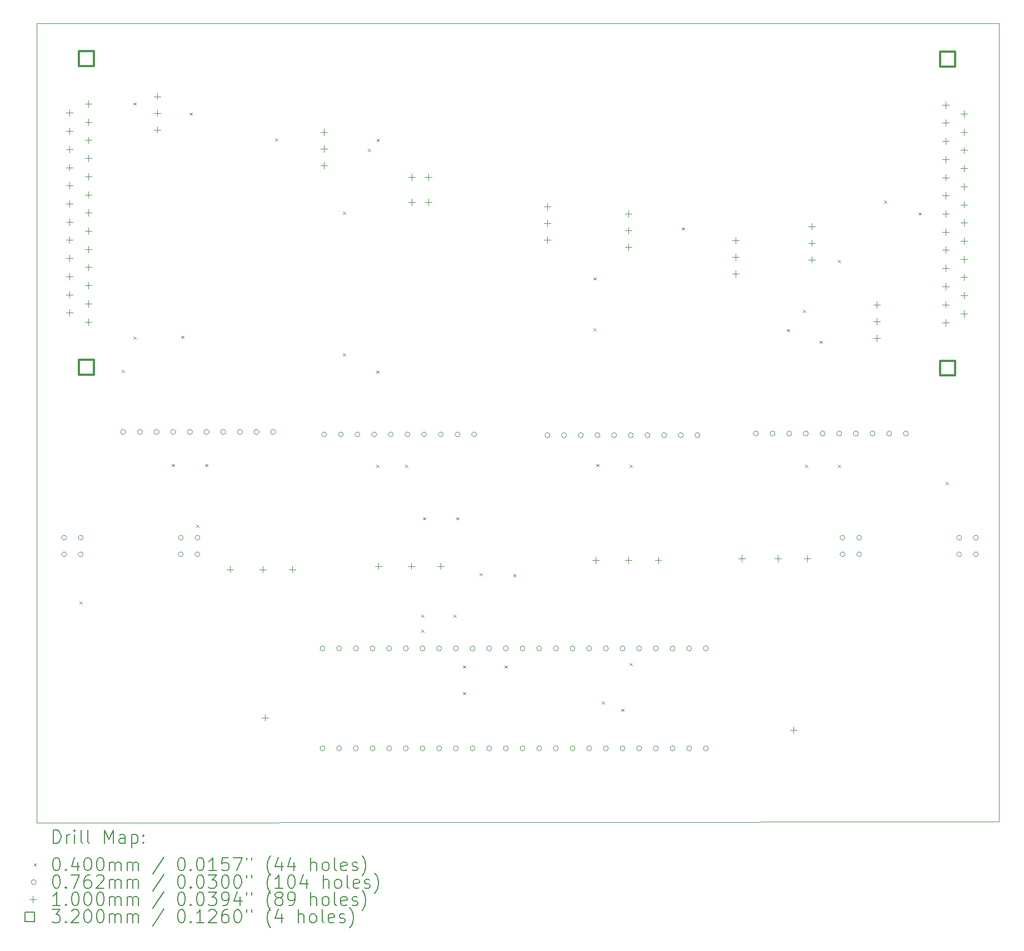
<source format=gbr>
%TF.GenerationSoftware,KiCad,Pcbnew,8.0.6*%
%TF.CreationDate,2024-11-30T14:44:29-08:00*%
%TF.ProjectId,DFboard,4446626f-6172-4642-9e6b-696361645f70,Rev0.1*%
%TF.SameCoordinates,Original*%
%TF.FileFunction,Drillmap*%
%TF.FilePolarity,Positive*%
%FSLAX45Y45*%
G04 Gerber Fmt 4.5, Leading zero omitted, Abs format (unit mm)*
G04 Created by KiCad (PCBNEW 8.0.6) date 2024-11-30 14:44:29*
%MOMM*%
%LPD*%
G01*
G04 APERTURE LIST*
%ADD10C,0.100000*%
%ADD11C,0.200000*%
%ADD12C,0.320000*%
G04 APERTURE END LIST*
D10*
X2120900Y-13500100D02*
X16789400Y-13487400D01*
X2120900Y-1308100D02*
X16789400Y-1308100D01*
X2120900Y-1308100D02*
X2120900Y-13500100D01*
X16789400Y-1308100D02*
X16789400Y-13487400D01*
D11*
D10*
X2774000Y-10127300D02*
X2814000Y-10167300D01*
X2814000Y-10127300D02*
X2774000Y-10167300D01*
X3421700Y-6596700D02*
X3461700Y-6636700D01*
X3461700Y-6596700D02*
X3421700Y-6636700D01*
X3599500Y-2520000D02*
X3639500Y-2560000D01*
X3639500Y-2520000D02*
X3599500Y-2560000D01*
X3599500Y-6088700D02*
X3639500Y-6128700D01*
X3639500Y-6088700D02*
X3599500Y-6128700D01*
X4183700Y-8031800D02*
X4223700Y-8071800D01*
X4223700Y-8031800D02*
X4183700Y-8071800D01*
X4323400Y-6076000D02*
X4363400Y-6116000D01*
X4363400Y-6076000D02*
X4323400Y-6116000D01*
X4450400Y-2672400D02*
X4490400Y-2712400D01*
X4490400Y-2672400D02*
X4450400Y-2712400D01*
X4552000Y-8958900D02*
X4592000Y-8998900D01*
X4592000Y-8958900D02*
X4552000Y-8998900D01*
X4691700Y-8031800D02*
X4731700Y-8071800D01*
X4731700Y-8031800D02*
X4691700Y-8071800D01*
X5758500Y-3066100D02*
X5798500Y-3106100D01*
X5798500Y-3066100D02*
X5758500Y-3106100D01*
X6787200Y-4183700D02*
X6827200Y-4223700D01*
X6827200Y-4183700D02*
X6787200Y-4223700D01*
X6787200Y-6342700D02*
X6827200Y-6382700D01*
X6827200Y-6342700D02*
X6787200Y-6382700D01*
X7168200Y-3226400D02*
X7208200Y-3266400D01*
X7208200Y-3226400D02*
X7168200Y-3266400D01*
X7295200Y-6609400D02*
X7335200Y-6649400D01*
X7335200Y-6609400D02*
X7295200Y-6649400D01*
X7295200Y-8044500D02*
X7335200Y-8084500D01*
X7335200Y-8044500D02*
X7295200Y-8084500D01*
X7301550Y-3072450D02*
X7341550Y-3112450D01*
X7341550Y-3072450D02*
X7301550Y-3112450D01*
X7739700Y-8044500D02*
X7779700Y-8084500D01*
X7779700Y-8044500D02*
X7739700Y-8084500D01*
X7981000Y-10330500D02*
X8021000Y-10370500D01*
X8021000Y-10330500D02*
X7981000Y-10370500D01*
X7981000Y-10559100D02*
X8021000Y-10599100D01*
X8021000Y-10559100D02*
X7981000Y-10599100D01*
X8006400Y-8844600D02*
X8046400Y-8884600D01*
X8046400Y-8844600D02*
X8006400Y-8884600D01*
X8476300Y-10330500D02*
X8516300Y-10370500D01*
X8516300Y-10330500D02*
X8476300Y-10370500D01*
X8514400Y-8844600D02*
X8554400Y-8884600D01*
X8554400Y-8844600D02*
X8514400Y-8884600D01*
X8616000Y-11105200D02*
X8656000Y-11145200D01*
X8656000Y-11105200D02*
X8616000Y-11145200D01*
X8616000Y-11511600D02*
X8656000Y-11551600D01*
X8656000Y-11511600D02*
X8616000Y-11551600D01*
X8870000Y-9695500D02*
X8910000Y-9735500D01*
X8910000Y-9695500D02*
X8870000Y-9735500D01*
X9251000Y-11105200D02*
X9291000Y-11145200D01*
X9291000Y-11105200D02*
X9251000Y-11145200D01*
X9384350Y-9714550D02*
X9424350Y-9754550D01*
X9424350Y-9714550D02*
X9384350Y-9754550D01*
X10609900Y-5187000D02*
X10649900Y-5227000D01*
X10649900Y-5187000D02*
X10609900Y-5227000D01*
X10609900Y-5961700D02*
X10649900Y-6001700D01*
X10649900Y-5961700D02*
X10609900Y-6001700D01*
X10648000Y-8031800D02*
X10688000Y-8071800D01*
X10688000Y-8031800D02*
X10648000Y-8071800D01*
X10736900Y-11651300D02*
X10776900Y-11691300D01*
X10776900Y-11651300D02*
X10736900Y-11691300D01*
X11029000Y-11765600D02*
X11069000Y-11805600D01*
X11069000Y-11765600D02*
X11029000Y-11805600D01*
X11156000Y-8044500D02*
X11196000Y-8084500D01*
X11196000Y-8044500D02*
X11156000Y-8084500D01*
X11156000Y-11067100D02*
X11196000Y-11107100D01*
X11196000Y-11067100D02*
X11156000Y-11107100D01*
X11956100Y-4425000D02*
X11996100Y-4465000D01*
X11996100Y-4425000D02*
X11956100Y-4465000D01*
X13556300Y-5974400D02*
X13596300Y-6014400D01*
X13596300Y-5974400D02*
X13556300Y-6014400D01*
X13797600Y-5682300D02*
X13837600Y-5722300D01*
X13837600Y-5682300D02*
X13797600Y-5722300D01*
X13835700Y-8044500D02*
X13875700Y-8084500D01*
X13875700Y-8044500D02*
X13835700Y-8084500D01*
X14051600Y-6152200D02*
X14091600Y-6192200D01*
X14091600Y-6152200D02*
X14051600Y-6192200D01*
X14331000Y-4920300D02*
X14371000Y-4960300D01*
X14371000Y-4920300D02*
X14331000Y-4960300D01*
X14331000Y-8044500D02*
X14371000Y-8084500D01*
X14371000Y-8044500D02*
X14331000Y-8084500D01*
X15035850Y-4012250D02*
X15075850Y-4052250D01*
X15075850Y-4012250D02*
X15035850Y-4052250D01*
X15562900Y-4196400D02*
X15602900Y-4236400D01*
X15602900Y-4196400D02*
X15562900Y-4236400D01*
X15975650Y-8304850D02*
X16015650Y-8344850D01*
X16015650Y-8304850D02*
X15975650Y-8344850D01*
X2578100Y-9156700D02*
G75*
G02*
X2501900Y-9156700I-38100J0D01*
G01*
X2501900Y-9156700D02*
G75*
G02*
X2578100Y-9156700I38100J0D01*
G01*
X2578100Y-9410700D02*
G75*
G02*
X2501900Y-9410700I-38100J0D01*
G01*
X2501900Y-9410700D02*
G75*
G02*
X2578100Y-9410700I38100J0D01*
G01*
X2832100Y-9156700D02*
G75*
G02*
X2755900Y-9156700I-38100J0D01*
G01*
X2755900Y-9156700D02*
G75*
G02*
X2832100Y-9156700I38100J0D01*
G01*
X2832100Y-9410700D02*
G75*
G02*
X2755900Y-9410700I-38100J0D01*
G01*
X2755900Y-9410700D02*
G75*
G02*
X2832100Y-9410700I38100J0D01*
G01*
X3479800Y-7543800D02*
G75*
G02*
X3403600Y-7543800I-38100J0D01*
G01*
X3403600Y-7543800D02*
G75*
G02*
X3479800Y-7543800I38100J0D01*
G01*
X3733800Y-7543800D02*
G75*
G02*
X3657600Y-7543800I-38100J0D01*
G01*
X3657600Y-7543800D02*
G75*
G02*
X3733800Y-7543800I38100J0D01*
G01*
X3987800Y-7543800D02*
G75*
G02*
X3911600Y-7543800I-38100J0D01*
G01*
X3911600Y-7543800D02*
G75*
G02*
X3987800Y-7543800I38100J0D01*
G01*
X4241800Y-7543800D02*
G75*
G02*
X4165600Y-7543800I-38100J0D01*
G01*
X4165600Y-7543800D02*
G75*
G02*
X4241800Y-7543800I38100J0D01*
G01*
X4356100Y-9156700D02*
G75*
G02*
X4279900Y-9156700I-38100J0D01*
G01*
X4279900Y-9156700D02*
G75*
G02*
X4356100Y-9156700I38100J0D01*
G01*
X4356100Y-9410700D02*
G75*
G02*
X4279900Y-9410700I-38100J0D01*
G01*
X4279900Y-9410700D02*
G75*
G02*
X4356100Y-9410700I38100J0D01*
G01*
X4495800Y-7543800D02*
G75*
G02*
X4419600Y-7543800I-38100J0D01*
G01*
X4419600Y-7543800D02*
G75*
G02*
X4495800Y-7543800I38100J0D01*
G01*
X4610100Y-9156700D02*
G75*
G02*
X4533900Y-9156700I-38100J0D01*
G01*
X4533900Y-9156700D02*
G75*
G02*
X4610100Y-9156700I38100J0D01*
G01*
X4610100Y-9410700D02*
G75*
G02*
X4533900Y-9410700I-38100J0D01*
G01*
X4533900Y-9410700D02*
G75*
G02*
X4610100Y-9410700I38100J0D01*
G01*
X4749800Y-7543800D02*
G75*
G02*
X4673600Y-7543800I-38100J0D01*
G01*
X4673600Y-7543800D02*
G75*
G02*
X4749800Y-7543800I38100J0D01*
G01*
X5003800Y-7543800D02*
G75*
G02*
X4927600Y-7543800I-38100J0D01*
G01*
X4927600Y-7543800D02*
G75*
G02*
X5003800Y-7543800I38100J0D01*
G01*
X5257800Y-7543800D02*
G75*
G02*
X5181600Y-7543800I-38100J0D01*
G01*
X5181600Y-7543800D02*
G75*
G02*
X5257800Y-7543800I38100J0D01*
G01*
X5511800Y-7543800D02*
G75*
G02*
X5435600Y-7543800I-38100J0D01*
G01*
X5435600Y-7543800D02*
G75*
G02*
X5511800Y-7543800I38100J0D01*
G01*
X5765800Y-7543800D02*
G75*
G02*
X5689600Y-7543800I-38100J0D01*
G01*
X5689600Y-7543800D02*
G75*
G02*
X5765800Y-7543800I38100J0D01*
G01*
X6515100Y-10845800D02*
G75*
G02*
X6438900Y-10845800I-38100J0D01*
G01*
X6438900Y-10845800D02*
G75*
G02*
X6515100Y-10845800I38100J0D01*
G01*
X6515100Y-12369800D02*
G75*
G02*
X6438900Y-12369800I-38100J0D01*
G01*
X6438900Y-12369800D02*
G75*
G02*
X6515100Y-12369800I38100J0D01*
G01*
X6540500Y-7581900D02*
G75*
G02*
X6464300Y-7581900I-38100J0D01*
G01*
X6464300Y-7581900D02*
G75*
G02*
X6540500Y-7581900I38100J0D01*
G01*
X6769100Y-10845800D02*
G75*
G02*
X6692900Y-10845800I-38100J0D01*
G01*
X6692900Y-10845800D02*
G75*
G02*
X6769100Y-10845800I38100J0D01*
G01*
X6769100Y-12369800D02*
G75*
G02*
X6692900Y-12369800I-38100J0D01*
G01*
X6692900Y-12369800D02*
G75*
G02*
X6769100Y-12369800I38100J0D01*
G01*
X6794500Y-7581900D02*
G75*
G02*
X6718300Y-7581900I-38100J0D01*
G01*
X6718300Y-7581900D02*
G75*
G02*
X6794500Y-7581900I38100J0D01*
G01*
X7023100Y-10845800D02*
G75*
G02*
X6946900Y-10845800I-38100J0D01*
G01*
X6946900Y-10845800D02*
G75*
G02*
X7023100Y-10845800I38100J0D01*
G01*
X7023100Y-12369800D02*
G75*
G02*
X6946900Y-12369800I-38100J0D01*
G01*
X6946900Y-12369800D02*
G75*
G02*
X7023100Y-12369800I38100J0D01*
G01*
X7048500Y-7581900D02*
G75*
G02*
X6972300Y-7581900I-38100J0D01*
G01*
X6972300Y-7581900D02*
G75*
G02*
X7048500Y-7581900I38100J0D01*
G01*
X7277100Y-10845800D02*
G75*
G02*
X7200900Y-10845800I-38100J0D01*
G01*
X7200900Y-10845800D02*
G75*
G02*
X7277100Y-10845800I38100J0D01*
G01*
X7277100Y-12369800D02*
G75*
G02*
X7200900Y-12369800I-38100J0D01*
G01*
X7200900Y-12369800D02*
G75*
G02*
X7277100Y-12369800I38100J0D01*
G01*
X7302500Y-7581900D02*
G75*
G02*
X7226300Y-7581900I-38100J0D01*
G01*
X7226300Y-7581900D02*
G75*
G02*
X7302500Y-7581900I38100J0D01*
G01*
X7531100Y-10845800D02*
G75*
G02*
X7454900Y-10845800I-38100J0D01*
G01*
X7454900Y-10845800D02*
G75*
G02*
X7531100Y-10845800I38100J0D01*
G01*
X7531100Y-12369800D02*
G75*
G02*
X7454900Y-12369800I-38100J0D01*
G01*
X7454900Y-12369800D02*
G75*
G02*
X7531100Y-12369800I38100J0D01*
G01*
X7556500Y-7581900D02*
G75*
G02*
X7480300Y-7581900I-38100J0D01*
G01*
X7480300Y-7581900D02*
G75*
G02*
X7556500Y-7581900I38100J0D01*
G01*
X7785100Y-10845800D02*
G75*
G02*
X7708900Y-10845800I-38100J0D01*
G01*
X7708900Y-10845800D02*
G75*
G02*
X7785100Y-10845800I38100J0D01*
G01*
X7785100Y-12369800D02*
G75*
G02*
X7708900Y-12369800I-38100J0D01*
G01*
X7708900Y-12369800D02*
G75*
G02*
X7785100Y-12369800I38100J0D01*
G01*
X7810500Y-7581900D02*
G75*
G02*
X7734300Y-7581900I-38100J0D01*
G01*
X7734300Y-7581900D02*
G75*
G02*
X7810500Y-7581900I38100J0D01*
G01*
X8039100Y-10845800D02*
G75*
G02*
X7962900Y-10845800I-38100J0D01*
G01*
X7962900Y-10845800D02*
G75*
G02*
X8039100Y-10845800I38100J0D01*
G01*
X8039100Y-12369800D02*
G75*
G02*
X7962900Y-12369800I-38100J0D01*
G01*
X7962900Y-12369800D02*
G75*
G02*
X8039100Y-12369800I38100J0D01*
G01*
X8064500Y-7581900D02*
G75*
G02*
X7988300Y-7581900I-38100J0D01*
G01*
X7988300Y-7581900D02*
G75*
G02*
X8064500Y-7581900I38100J0D01*
G01*
X8293100Y-10845800D02*
G75*
G02*
X8216900Y-10845800I-38100J0D01*
G01*
X8216900Y-10845800D02*
G75*
G02*
X8293100Y-10845800I38100J0D01*
G01*
X8293100Y-12369800D02*
G75*
G02*
X8216900Y-12369800I-38100J0D01*
G01*
X8216900Y-12369800D02*
G75*
G02*
X8293100Y-12369800I38100J0D01*
G01*
X8318500Y-7581900D02*
G75*
G02*
X8242300Y-7581900I-38100J0D01*
G01*
X8242300Y-7581900D02*
G75*
G02*
X8318500Y-7581900I38100J0D01*
G01*
X8547100Y-10845800D02*
G75*
G02*
X8470900Y-10845800I-38100J0D01*
G01*
X8470900Y-10845800D02*
G75*
G02*
X8547100Y-10845800I38100J0D01*
G01*
X8547100Y-12369800D02*
G75*
G02*
X8470900Y-12369800I-38100J0D01*
G01*
X8470900Y-12369800D02*
G75*
G02*
X8547100Y-12369800I38100J0D01*
G01*
X8572500Y-7581900D02*
G75*
G02*
X8496300Y-7581900I-38100J0D01*
G01*
X8496300Y-7581900D02*
G75*
G02*
X8572500Y-7581900I38100J0D01*
G01*
X8801100Y-10845800D02*
G75*
G02*
X8724900Y-10845800I-38100J0D01*
G01*
X8724900Y-10845800D02*
G75*
G02*
X8801100Y-10845800I38100J0D01*
G01*
X8801100Y-12369800D02*
G75*
G02*
X8724900Y-12369800I-38100J0D01*
G01*
X8724900Y-12369800D02*
G75*
G02*
X8801100Y-12369800I38100J0D01*
G01*
X8826500Y-7581900D02*
G75*
G02*
X8750300Y-7581900I-38100J0D01*
G01*
X8750300Y-7581900D02*
G75*
G02*
X8826500Y-7581900I38100J0D01*
G01*
X9055100Y-10845800D02*
G75*
G02*
X8978900Y-10845800I-38100J0D01*
G01*
X8978900Y-10845800D02*
G75*
G02*
X9055100Y-10845800I38100J0D01*
G01*
X9055100Y-12369800D02*
G75*
G02*
X8978900Y-12369800I-38100J0D01*
G01*
X8978900Y-12369800D02*
G75*
G02*
X9055100Y-12369800I38100J0D01*
G01*
X9309100Y-10845800D02*
G75*
G02*
X9232900Y-10845800I-38100J0D01*
G01*
X9232900Y-10845800D02*
G75*
G02*
X9309100Y-10845800I38100J0D01*
G01*
X9309100Y-12369800D02*
G75*
G02*
X9232900Y-12369800I-38100J0D01*
G01*
X9232900Y-12369800D02*
G75*
G02*
X9309100Y-12369800I38100J0D01*
G01*
X9563100Y-10845800D02*
G75*
G02*
X9486900Y-10845800I-38100J0D01*
G01*
X9486900Y-10845800D02*
G75*
G02*
X9563100Y-10845800I38100J0D01*
G01*
X9563100Y-12369800D02*
G75*
G02*
X9486900Y-12369800I-38100J0D01*
G01*
X9486900Y-12369800D02*
G75*
G02*
X9563100Y-12369800I38100J0D01*
G01*
X9817100Y-10845800D02*
G75*
G02*
X9740900Y-10845800I-38100J0D01*
G01*
X9740900Y-10845800D02*
G75*
G02*
X9817100Y-10845800I38100J0D01*
G01*
X9817100Y-12369800D02*
G75*
G02*
X9740900Y-12369800I-38100J0D01*
G01*
X9740900Y-12369800D02*
G75*
G02*
X9817100Y-12369800I38100J0D01*
G01*
X9944100Y-7593100D02*
G75*
G02*
X9867900Y-7593100I-38100J0D01*
G01*
X9867900Y-7593100D02*
G75*
G02*
X9944100Y-7593100I38100J0D01*
G01*
X10071100Y-10845800D02*
G75*
G02*
X9994900Y-10845800I-38100J0D01*
G01*
X9994900Y-10845800D02*
G75*
G02*
X10071100Y-10845800I38100J0D01*
G01*
X10071100Y-12369800D02*
G75*
G02*
X9994900Y-12369800I-38100J0D01*
G01*
X9994900Y-12369800D02*
G75*
G02*
X10071100Y-12369800I38100J0D01*
G01*
X10198100Y-7593100D02*
G75*
G02*
X10121900Y-7593100I-38100J0D01*
G01*
X10121900Y-7593100D02*
G75*
G02*
X10198100Y-7593100I38100J0D01*
G01*
X10325100Y-10845800D02*
G75*
G02*
X10248900Y-10845800I-38100J0D01*
G01*
X10248900Y-10845800D02*
G75*
G02*
X10325100Y-10845800I38100J0D01*
G01*
X10325100Y-12369800D02*
G75*
G02*
X10248900Y-12369800I-38100J0D01*
G01*
X10248900Y-12369800D02*
G75*
G02*
X10325100Y-12369800I38100J0D01*
G01*
X10452100Y-7593100D02*
G75*
G02*
X10375900Y-7593100I-38100J0D01*
G01*
X10375900Y-7593100D02*
G75*
G02*
X10452100Y-7593100I38100J0D01*
G01*
X10579100Y-10845800D02*
G75*
G02*
X10502900Y-10845800I-38100J0D01*
G01*
X10502900Y-10845800D02*
G75*
G02*
X10579100Y-10845800I38100J0D01*
G01*
X10579100Y-12369800D02*
G75*
G02*
X10502900Y-12369800I-38100J0D01*
G01*
X10502900Y-12369800D02*
G75*
G02*
X10579100Y-12369800I38100J0D01*
G01*
X10706100Y-7593100D02*
G75*
G02*
X10629900Y-7593100I-38100J0D01*
G01*
X10629900Y-7593100D02*
G75*
G02*
X10706100Y-7593100I38100J0D01*
G01*
X10833100Y-10845800D02*
G75*
G02*
X10756900Y-10845800I-38100J0D01*
G01*
X10756900Y-10845800D02*
G75*
G02*
X10833100Y-10845800I38100J0D01*
G01*
X10833100Y-12369800D02*
G75*
G02*
X10756900Y-12369800I-38100J0D01*
G01*
X10756900Y-12369800D02*
G75*
G02*
X10833100Y-12369800I38100J0D01*
G01*
X10960100Y-7593100D02*
G75*
G02*
X10883900Y-7593100I-38100J0D01*
G01*
X10883900Y-7593100D02*
G75*
G02*
X10960100Y-7593100I38100J0D01*
G01*
X11087100Y-10845800D02*
G75*
G02*
X11010900Y-10845800I-38100J0D01*
G01*
X11010900Y-10845800D02*
G75*
G02*
X11087100Y-10845800I38100J0D01*
G01*
X11087100Y-12369800D02*
G75*
G02*
X11010900Y-12369800I-38100J0D01*
G01*
X11010900Y-12369800D02*
G75*
G02*
X11087100Y-12369800I38100J0D01*
G01*
X11214100Y-7593100D02*
G75*
G02*
X11137900Y-7593100I-38100J0D01*
G01*
X11137900Y-7593100D02*
G75*
G02*
X11214100Y-7593100I38100J0D01*
G01*
X11341100Y-10845800D02*
G75*
G02*
X11264900Y-10845800I-38100J0D01*
G01*
X11264900Y-10845800D02*
G75*
G02*
X11341100Y-10845800I38100J0D01*
G01*
X11341100Y-12369800D02*
G75*
G02*
X11264900Y-12369800I-38100J0D01*
G01*
X11264900Y-12369800D02*
G75*
G02*
X11341100Y-12369800I38100J0D01*
G01*
X11468100Y-7593100D02*
G75*
G02*
X11391900Y-7593100I-38100J0D01*
G01*
X11391900Y-7593100D02*
G75*
G02*
X11468100Y-7593100I38100J0D01*
G01*
X11595100Y-10845800D02*
G75*
G02*
X11518900Y-10845800I-38100J0D01*
G01*
X11518900Y-10845800D02*
G75*
G02*
X11595100Y-10845800I38100J0D01*
G01*
X11595100Y-12369800D02*
G75*
G02*
X11518900Y-12369800I-38100J0D01*
G01*
X11518900Y-12369800D02*
G75*
G02*
X11595100Y-12369800I38100J0D01*
G01*
X11722100Y-7593100D02*
G75*
G02*
X11645900Y-7593100I-38100J0D01*
G01*
X11645900Y-7593100D02*
G75*
G02*
X11722100Y-7593100I38100J0D01*
G01*
X11849100Y-10845800D02*
G75*
G02*
X11772900Y-10845800I-38100J0D01*
G01*
X11772900Y-10845800D02*
G75*
G02*
X11849100Y-10845800I38100J0D01*
G01*
X11849100Y-12369800D02*
G75*
G02*
X11772900Y-12369800I-38100J0D01*
G01*
X11772900Y-12369800D02*
G75*
G02*
X11849100Y-12369800I38100J0D01*
G01*
X11976100Y-7593100D02*
G75*
G02*
X11899900Y-7593100I-38100J0D01*
G01*
X11899900Y-7593100D02*
G75*
G02*
X11976100Y-7593100I38100J0D01*
G01*
X12103100Y-10845800D02*
G75*
G02*
X12026900Y-10845800I-38100J0D01*
G01*
X12026900Y-10845800D02*
G75*
G02*
X12103100Y-10845800I38100J0D01*
G01*
X12103100Y-12369800D02*
G75*
G02*
X12026900Y-12369800I-38100J0D01*
G01*
X12026900Y-12369800D02*
G75*
G02*
X12103100Y-12369800I38100J0D01*
G01*
X12230100Y-7593100D02*
G75*
G02*
X12153900Y-7593100I-38100J0D01*
G01*
X12153900Y-7593100D02*
G75*
G02*
X12230100Y-7593100I38100J0D01*
G01*
X12357100Y-10845800D02*
G75*
G02*
X12280900Y-10845800I-38100J0D01*
G01*
X12280900Y-10845800D02*
G75*
G02*
X12357100Y-10845800I38100J0D01*
G01*
X12357100Y-12369800D02*
G75*
G02*
X12280900Y-12369800I-38100J0D01*
G01*
X12280900Y-12369800D02*
G75*
G02*
X12357100Y-12369800I38100J0D01*
G01*
X13119100Y-7567700D02*
G75*
G02*
X13042900Y-7567700I-38100J0D01*
G01*
X13042900Y-7567700D02*
G75*
G02*
X13119100Y-7567700I38100J0D01*
G01*
X13373100Y-7567700D02*
G75*
G02*
X13296900Y-7567700I-38100J0D01*
G01*
X13296900Y-7567700D02*
G75*
G02*
X13373100Y-7567700I38100J0D01*
G01*
X13627100Y-7567700D02*
G75*
G02*
X13550900Y-7567700I-38100J0D01*
G01*
X13550900Y-7567700D02*
G75*
G02*
X13627100Y-7567700I38100J0D01*
G01*
X13881100Y-7567700D02*
G75*
G02*
X13804900Y-7567700I-38100J0D01*
G01*
X13804900Y-7567700D02*
G75*
G02*
X13881100Y-7567700I38100J0D01*
G01*
X14135100Y-7567700D02*
G75*
G02*
X14058900Y-7567700I-38100J0D01*
G01*
X14058900Y-7567700D02*
G75*
G02*
X14135100Y-7567700I38100J0D01*
G01*
X14389100Y-7567700D02*
G75*
G02*
X14312900Y-7567700I-38100J0D01*
G01*
X14312900Y-7567700D02*
G75*
G02*
X14389100Y-7567700I38100J0D01*
G01*
X14439900Y-9156700D02*
G75*
G02*
X14363700Y-9156700I-38100J0D01*
G01*
X14363700Y-9156700D02*
G75*
G02*
X14439900Y-9156700I38100J0D01*
G01*
X14439900Y-9410700D02*
G75*
G02*
X14363700Y-9410700I-38100J0D01*
G01*
X14363700Y-9410700D02*
G75*
G02*
X14439900Y-9410700I38100J0D01*
G01*
X14643100Y-7567700D02*
G75*
G02*
X14566900Y-7567700I-38100J0D01*
G01*
X14566900Y-7567700D02*
G75*
G02*
X14643100Y-7567700I38100J0D01*
G01*
X14693900Y-9156700D02*
G75*
G02*
X14617700Y-9156700I-38100J0D01*
G01*
X14617700Y-9156700D02*
G75*
G02*
X14693900Y-9156700I38100J0D01*
G01*
X14693900Y-9410700D02*
G75*
G02*
X14617700Y-9410700I-38100J0D01*
G01*
X14617700Y-9410700D02*
G75*
G02*
X14693900Y-9410700I38100J0D01*
G01*
X14897100Y-7567700D02*
G75*
G02*
X14820900Y-7567700I-38100J0D01*
G01*
X14820900Y-7567700D02*
G75*
G02*
X14897100Y-7567700I38100J0D01*
G01*
X15151100Y-7567700D02*
G75*
G02*
X15074900Y-7567700I-38100J0D01*
G01*
X15074900Y-7567700D02*
G75*
G02*
X15151100Y-7567700I38100J0D01*
G01*
X15405100Y-7567700D02*
G75*
G02*
X15328900Y-7567700I-38100J0D01*
G01*
X15328900Y-7567700D02*
G75*
G02*
X15405100Y-7567700I38100J0D01*
G01*
X16217900Y-9156700D02*
G75*
G02*
X16141700Y-9156700I-38100J0D01*
G01*
X16141700Y-9156700D02*
G75*
G02*
X16217900Y-9156700I38100J0D01*
G01*
X16217900Y-9410700D02*
G75*
G02*
X16141700Y-9410700I-38100J0D01*
G01*
X16141700Y-9410700D02*
G75*
G02*
X16217900Y-9410700I38100J0D01*
G01*
X16471900Y-9156700D02*
G75*
G02*
X16395700Y-9156700I-38100J0D01*
G01*
X16395700Y-9156700D02*
G75*
G02*
X16471900Y-9156700I38100J0D01*
G01*
X16471900Y-9410700D02*
G75*
G02*
X16395700Y-9410700I-38100J0D01*
G01*
X16395700Y-9410700D02*
G75*
G02*
X16471900Y-9410700I38100J0D01*
G01*
X2624300Y-2628500D02*
X2624300Y-2728500D01*
X2574300Y-2678500D02*
X2674300Y-2678500D01*
X2624300Y-2905500D02*
X2624300Y-3005500D01*
X2574300Y-2955500D02*
X2674300Y-2955500D01*
X2624300Y-3182500D02*
X2624300Y-3282500D01*
X2574300Y-3232500D02*
X2674300Y-3232500D01*
X2624300Y-3459500D02*
X2624300Y-3559500D01*
X2574300Y-3509500D02*
X2674300Y-3509500D01*
X2624300Y-3736500D02*
X2624300Y-3836500D01*
X2574300Y-3786500D02*
X2674300Y-3786500D01*
X2624300Y-4013500D02*
X2624300Y-4113500D01*
X2574300Y-4063500D02*
X2674300Y-4063500D01*
X2624300Y-4290500D02*
X2624300Y-4390500D01*
X2574300Y-4340500D02*
X2674300Y-4340500D01*
X2624300Y-4567500D02*
X2624300Y-4667500D01*
X2574300Y-4617500D02*
X2674300Y-4617500D01*
X2624300Y-4844500D02*
X2624300Y-4944500D01*
X2574300Y-4894500D02*
X2674300Y-4894500D01*
X2624300Y-5121500D02*
X2624300Y-5221500D01*
X2574300Y-5171500D02*
X2674300Y-5171500D01*
X2624300Y-5398500D02*
X2624300Y-5498500D01*
X2574300Y-5448500D02*
X2674300Y-5448500D01*
X2624300Y-5675500D02*
X2624300Y-5775500D01*
X2574300Y-5725500D02*
X2674300Y-5725500D01*
X2908300Y-2490000D02*
X2908300Y-2590000D01*
X2858300Y-2540000D02*
X2958300Y-2540000D01*
X2908300Y-2767000D02*
X2908300Y-2867000D01*
X2858300Y-2817000D02*
X2958300Y-2817000D01*
X2908300Y-3044000D02*
X2908300Y-3144000D01*
X2858300Y-3094000D02*
X2958300Y-3094000D01*
X2908300Y-3321000D02*
X2908300Y-3421000D01*
X2858300Y-3371000D02*
X2958300Y-3371000D01*
X2908300Y-3598000D02*
X2908300Y-3698000D01*
X2858300Y-3648000D02*
X2958300Y-3648000D01*
X2908300Y-3875000D02*
X2908300Y-3975000D01*
X2858300Y-3925000D02*
X2958300Y-3925000D01*
X2908300Y-4152000D02*
X2908300Y-4252000D01*
X2858300Y-4202000D02*
X2958300Y-4202000D01*
X2908300Y-4429000D02*
X2908300Y-4529000D01*
X2858300Y-4479000D02*
X2958300Y-4479000D01*
X2908300Y-4706000D02*
X2908300Y-4806000D01*
X2858300Y-4756000D02*
X2958300Y-4756000D01*
X2908300Y-4983000D02*
X2908300Y-5083000D01*
X2858300Y-5033000D02*
X2958300Y-5033000D01*
X2908300Y-5260000D02*
X2908300Y-5360000D01*
X2858300Y-5310000D02*
X2958300Y-5310000D01*
X2908300Y-5537000D02*
X2908300Y-5637000D01*
X2858300Y-5587000D02*
X2958300Y-5587000D01*
X2908300Y-5814000D02*
X2908300Y-5914000D01*
X2858300Y-5864000D02*
X2958300Y-5864000D01*
X3962400Y-2375700D02*
X3962400Y-2475700D01*
X3912400Y-2425700D02*
X4012400Y-2425700D01*
X3962400Y-2629700D02*
X3962400Y-2729700D01*
X3912400Y-2679700D02*
X4012400Y-2679700D01*
X3962400Y-2883700D02*
X3962400Y-2983700D01*
X3912400Y-2933700D02*
X4012400Y-2933700D01*
X5067300Y-9589300D02*
X5067300Y-9689300D01*
X5017300Y-9639300D02*
X5117300Y-9639300D01*
X5567300Y-9589300D02*
X5567300Y-9689300D01*
X5517300Y-9639300D02*
X5617300Y-9639300D01*
X5600700Y-11849900D02*
X5600700Y-11949900D01*
X5550700Y-11899900D02*
X5650700Y-11899900D01*
X6017300Y-9589300D02*
X6017300Y-9689300D01*
X5967300Y-9639300D02*
X6067300Y-9639300D01*
X6502400Y-2921800D02*
X6502400Y-3021800D01*
X6452400Y-2971800D02*
X6552400Y-2971800D01*
X6502400Y-3175800D02*
X6502400Y-3275800D01*
X6452400Y-3225800D02*
X6552400Y-3225800D01*
X6502400Y-3429800D02*
X6502400Y-3529800D01*
X6452400Y-3479800D02*
X6552400Y-3479800D01*
X7327900Y-9538500D02*
X7327900Y-9638500D01*
X7277900Y-9588500D02*
X7377900Y-9588500D01*
X7827900Y-9538500D02*
X7827900Y-9638500D01*
X7777900Y-9588500D02*
X7877900Y-9588500D01*
X7835900Y-3607600D02*
X7835900Y-3707600D01*
X7785900Y-3657600D02*
X7885900Y-3657600D01*
X7835900Y-3988600D02*
X7835900Y-4088600D01*
X7785900Y-4038600D02*
X7885900Y-4038600D01*
X8089900Y-3607600D02*
X8089900Y-3707600D01*
X8039900Y-3657600D02*
X8139900Y-3657600D01*
X8089900Y-3988600D02*
X8089900Y-4088600D01*
X8039900Y-4038600D02*
X8139900Y-4038600D01*
X8277900Y-9538500D02*
X8277900Y-9638500D01*
X8227900Y-9588500D02*
X8327900Y-9588500D01*
X9906000Y-4053600D02*
X9906000Y-4153600D01*
X9856000Y-4103600D02*
X9956000Y-4103600D01*
X9906000Y-4307600D02*
X9906000Y-4407600D01*
X9856000Y-4357600D02*
X9956000Y-4357600D01*
X9906000Y-4561600D02*
X9906000Y-4661600D01*
X9856000Y-4611600D02*
X9956000Y-4611600D01*
X10642600Y-9449600D02*
X10642600Y-9549600D01*
X10592600Y-9499600D02*
X10692600Y-9499600D01*
X11137900Y-4166400D02*
X11137900Y-4266400D01*
X11087900Y-4216400D02*
X11187900Y-4216400D01*
X11137900Y-4420400D02*
X11137900Y-4520400D01*
X11087900Y-4470400D02*
X11187900Y-4470400D01*
X11137900Y-4674400D02*
X11137900Y-4774400D01*
X11087900Y-4724400D02*
X11187900Y-4724400D01*
X11142600Y-9449600D02*
X11142600Y-9549600D01*
X11092600Y-9499600D02*
X11192600Y-9499600D01*
X11592600Y-9449600D02*
X11592600Y-9549600D01*
X11542600Y-9499600D02*
X11642600Y-9499600D01*
X12776200Y-4574300D02*
X12776200Y-4674300D01*
X12726200Y-4624300D02*
X12826200Y-4624300D01*
X12776200Y-4828300D02*
X12776200Y-4928300D01*
X12726200Y-4878300D02*
X12826200Y-4878300D01*
X12776200Y-5082300D02*
X12776200Y-5182300D01*
X12726200Y-5132300D02*
X12826200Y-5132300D01*
X12865100Y-9424200D02*
X12865100Y-9524200D01*
X12815100Y-9474200D02*
X12915100Y-9474200D01*
X13415100Y-9424200D02*
X13415100Y-9524200D01*
X13365100Y-9474200D02*
X13465100Y-9474200D01*
X13652500Y-12040400D02*
X13652500Y-12140400D01*
X13602500Y-12090400D02*
X13702500Y-12090400D01*
X13865100Y-9424200D02*
X13865100Y-9524200D01*
X13815100Y-9474200D02*
X13915100Y-9474200D01*
X13931900Y-4356900D02*
X13931900Y-4456900D01*
X13881900Y-4406900D02*
X13981900Y-4406900D01*
X13931900Y-4610900D02*
X13931900Y-4710900D01*
X13881900Y-4660900D02*
X13981900Y-4660900D01*
X13931900Y-4864900D02*
X13931900Y-4964900D01*
X13881900Y-4914900D02*
X13981900Y-4914900D01*
X14922500Y-5552200D02*
X14922500Y-5652200D01*
X14872500Y-5602200D02*
X14972500Y-5602200D01*
X14922500Y-5806200D02*
X14922500Y-5906200D01*
X14872500Y-5856200D02*
X14972500Y-5856200D01*
X14922500Y-6060200D02*
X14922500Y-6160200D01*
X14872500Y-6110200D02*
X14972500Y-6110200D01*
X15972000Y-2503900D02*
X15972000Y-2603900D01*
X15922000Y-2553900D02*
X16022000Y-2553900D01*
X15972000Y-2780900D02*
X15972000Y-2880900D01*
X15922000Y-2830900D02*
X16022000Y-2830900D01*
X15972000Y-3057900D02*
X15972000Y-3157900D01*
X15922000Y-3107900D02*
X16022000Y-3107900D01*
X15972000Y-3334900D02*
X15972000Y-3434900D01*
X15922000Y-3384900D02*
X16022000Y-3384900D01*
X15972000Y-3611900D02*
X15972000Y-3711900D01*
X15922000Y-3661900D02*
X16022000Y-3661900D01*
X15972000Y-3888900D02*
X15972000Y-3988900D01*
X15922000Y-3938900D02*
X16022000Y-3938900D01*
X15972000Y-4165900D02*
X15972000Y-4265900D01*
X15922000Y-4215900D02*
X16022000Y-4215900D01*
X15972000Y-4442900D02*
X15972000Y-4542900D01*
X15922000Y-4492900D02*
X16022000Y-4492900D01*
X15972000Y-4719900D02*
X15972000Y-4819900D01*
X15922000Y-4769900D02*
X16022000Y-4769900D01*
X15972000Y-4996900D02*
X15972000Y-5096900D01*
X15922000Y-5046900D02*
X16022000Y-5046900D01*
X15972000Y-5273900D02*
X15972000Y-5373900D01*
X15922000Y-5323900D02*
X16022000Y-5323900D01*
X15972000Y-5550900D02*
X15972000Y-5650900D01*
X15922000Y-5600900D02*
X16022000Y-5600900D01*
X15972000Y-5827900D02*
X15972000Y-5927900D01*
X15922000Y-5877900D02*
X16022000Y-5877900D01*
X16256000Y-2642400D02*
X16256000Y-2742400D01*
X16206000Y-2692400D02*
X16306000Y-2692400D01*
X16256000Y-2919400D02*
X16256000Y-3019400D01*
X16206000Y-2969400D02*
X16306000Y-2969400D01*
X16256000Y-3196400D02*
X16256000Y-3296400D01*
X16206000Y-3246400D02*
X16306000Y-3246400D01*
X16256000Y-3473400D02*
X16256000Y-3573400D01*
X16206000Y-3523400D02*
X16306000Y-3523400D01*
X16256000Y-3750400D02*
X16256000Y-3850400D01*
X16206000Y-3800400D02*
X16306000Y-3800400D01*
X16256000Y-4027400D02*
X16256000Y-4127400D01*
X16206000Y-4077400D02*
X16306000Y-4077400D01*
X16256000Y-4304400D02*
X16256000Y-4404400D01*
X16206000Y-4354400D02*
X16306000Y-4354400D01*
X16256000Y-4581400D02*
X16256000Y-4681400D01*
X16206000Y-4631400D02*
X16306000Y-4631400D01*
X16256000Y-4858400D02*
X16256000Y-4958400D01*
X16206000Y-4908400D02*
X16306000Y-4908400D01*
X16256000Y-5135400D02*
X16256000Y-5235400D01*
X16206000Y-5185400D02*
X16306000Y-5185400D01*
X16256000Y-5412400D02*
X16256000Y-5512400D01*
X16206000Y-5462400D02*
X16306000Y-5462400D01*
X16256000Y-5689400D02*
X16256000Y-5789400D01*
X16206000Y-5739400D02*
X16306000Y-5739400D01*
D12*
X2991438Y-1960138D02*
X2991438Y-1733862D01*
X2765162Y-1733862D01*
X2765162Y-1960138D01*
X2991438Y-1960138D01*
X2991438Y-6670138D02*
X2991438Y-6443862D01*
X2765162Y-6443862D01*
X2765162Y-6670138D01*
X2991438Y-6670138D01*
X16115138Y-1974038D02*
X16115138Y-1747762D01*
X15888862Y-1747762D01*
X15888862Y-1974038D01*
X16115138Y-1974038D01*
X16115138Y-6684038D02*
X16115138Y-6457762D01*
X15888862Y-6457762D01*
X15888862Y-6684038D01*
X16115138Y-6684038D01*
D11*
X2376677Y-13816584D02*
X2376677Y-13616584D01*
X2376677Y-13616584D02*
X2424296Y-13616584D01*
X2424296Y-13616584D02*
X2452867Y-13626108D01*
X2452867Y-13626108D02*
X2471915Y-13645155D01*
X2471915Y-13645155D02*
X2481439Y-13664203D01*
X2481439Y-13664203D02*
X2490963Y-13702298D01*
X2490963Y-13702298D02*
X2490963Y-13730869D01*
X2490963Y-13730869D02*
X2481439Y-13768965D01*
X2481439Y-13768965D02*
X2471915Y-13788012D01*
X2471915Y-13788012D02*
X2452867Y-13807060D01*
X2452867Y-13807060D02*
X2424296Y-13816584D01*
X2424296Y-13816584D02*
X2376677Y-13816584D01*
X2576677Y-13816584D02*
X2576677Y-13683250D01*
X2576677Y-13721346D02*
X2586201Y-13702298D01*
X2586201Y-13702298D02*
X2595724Y-13692774D01*
X2595724Y-13692774D02*
X2614772Y-13683250D01*
X2614772Y-13683250D02*
X2633820Y-13683250D01*
X2700486Y-13816584D02*
X2700486Y-13683250D01*
X2700486Y-13616584D02*
X2690963Y-13626108D01*
X2690963Y-13626108D02*
X2700486Y-13635631D01*
X2700486Y-13635631D02*
X2710010Y-13626108D01*
X2710010Y-13626108D02*
X2700486Y-13616584D01*
X2700486Y-13616584D02*
X2700486Y-13635631D01*
X2824296Y-13816584D02*
X2805248Y-13807060D01*
X2805248Y-13807060D02*
X2795724Y-13788012D01*
X2795724Y-13788012D02*
X2795724Y-13616584D01*
X2929058Y-13816584D02*
X2910010Y-13807060D01*
X2910010Y-13807060D02*
X2900486Y-13788012D01*
X2900486Y-13788012D02*
X2900486Y-13616584D01*
X3157629Y-13816584D02*
X3157629Y-13616584D01*
X3157629Y-13616584D02*
X3224296Y-13759441D01*
X3224296Y-13759441D02*
X3290962Y-13616584D01*
X3290962Y-13616584D02*
X3290962Y-13816584D01*
X3471915Y-13816584D02*
X3471915Y-13711822D01*
X3471915Y-13711822D02*
X3462391Y-13692774D01*
X3462391Y-13692774D02*
X3443343Y-13683250D01*
X3443343Y-13683250D02*
X3405248Y-13683250D01*
X3405248Y-13683250D02*
X3386201Y-13692774D01*
X3471915Y-13807060D02*
X3452867Y-13816584D01*
X3452867Y-13816584D02*
X3405248Y-13816584D01*
X3405248Y-13816584D02*
X3386201Y-13807060D01*
X3386201Y-13807060D02*
X3376677Y-13788012D01*
X3376677Y-13788012D02*
X3376677Y-13768965D01*
X3376677Y-13768965D02*
X3386201Y-13749917D01*
X3386201Y-13749917D02*
X3405248Y-13740393D01*
X3405248Y-13740393D02*
X3452867Y-13740393D01*
X3452867Y-13740393D02*
X3471915Y-13730869D01*
X3567153Y-13683250D02*
X3567153Y-13883250D01*
X3567153Y-13692774D02*
X3586201Y-13683250D01*
X3586201Y-13683250D02*
X3624296Y-13683250D01*
X3624296Y-13683250D02*
X3643343Y-13692774D01*
X3643343Y-13692774D02*
X3652867Y-13702298D01*
X3652867Y-13702298D02*
X3662391Y-13721346D01*
X3662391Y-13721346D02*
X3662391Y-13778488D01*
X3662391Y-13778488D02*
X3652867Y-13797536D01*
X3652867Y-13797536D02*
X3643343Y-13807060D01*
X3643343Y-13807060D02*
X3624296Y-13816584D01*
X3624296Y-13816584D02*
X3586201Y-13816584D01*
X3586201Y-13816584D02*
X3567153Y-13807060D01*
X3748105Y-13797536D02*
X3757629Y-13807060D01*
X3757629Y-13807060D02*
X3748105Y-13816584D01*
X3748105Y-13816584D02*
X3738582Y-13807060D01*
X3738582Y-13807060D02*
X3748105Y-13797536D01*
X3748105Y-13797536D02*
X3748105Y-13816584D01*
X3748105Y-13692774D02*
X3757629Y-13702298D01*
X3757629Y-13702298D02*
X3748105Y-13711822D01*
X3748105Y-13711822D02*
X3738582Y-13702298D01*
X3738582Y-13702298D02*
X3748105Y-13692774D01*
X3748105Y-13692774D02*
X3748105Y-13711822D01*
D10*
X2075900Y-14125100D02*
X2115900Y-14165100D01*
X2115900Y-14125100D02*
X2075900Y-14165100D01*
D11*
X2414772Y-14036584D02*
X2433820Y-14036584D01*
X2433820Y-14036584D02*
X2452867Y-14046108D01*
X2452867Y-14046108D02*
X2462391Y-14055631D01*
X2462391Y-14055631D02*
X2471915Y-14074679D01*
X2471915Y-14074679D02*
X2481439Y-14112774D01*
X2481439Y-14112774D02*
X2481439Y-14160393D01*
X2481439Y-14160393D02*
X2471915Y-14198488D01*
X2471915Y-14198488D02*
X2462391Y-14217536D01*
X2462391Y-14217536D02*
X2452867Y-14227060D01*
X2452867Y-14227060D02*
X2433820Y-14236584D01*
X2433820Y-14236584D02*
X2414772Y-14236584D01*
X2414772Y-14236584D02*
X2395724Y-14227060D01*
X2395724Y-14227060D02*
X2386201Y-14217536D01*
X2386201Y-14217536D02*
X2376677Y-14198488D01*
X2376677Y-14198488D02*
X2367153Y-14160393D01*
X2367153Y-14160393D02*
X2367153Y-14112774D01*
X2367153Y-14112774D02*
X2376677Y-14074679D01*
X2376677Y-14074679D02*
X2386201Y-14055631D01*
X2386201Y-14055631D02*
X2395724Y-14046108D01*
X2395724Y-14046108D02*
X2414772Y-14036584D01*
X2567153Y-14217536D02*
X2576677Y-14227060D01*
X2576677Y-14227060D02*
X2567153Y-14236584D01*
X2567153Y-14236584D02*
X2557629Y-14227060D01*
X2557629Y-14227060D02*
X2567153Y-14217536D01*
X2567153Y-14217536D02*
X2567153Y-14236584D01*
X2748105Y-14103250D02*
X2748105Y-14236584D01*
X2700486Y-14027060D02*
X2652867Y-14169917D01*
X2652867Y-14169917D02*
X2776677Y-14169917D01*
X2890962Y-14036584D02*
X2910010Y-14036584D01*
X2910010Y-14036584D02*
X2929058Y-14046108D01*
X2929058Y-14046108D02*
X2938582Y-14055631D01*
X2938582Y-14055631D02*
X2948105Y-14074679D01*
X2948105Y-14074679D02*
X2957629Y-14112774D01*
X2957629Y-14112774D02*
X2957629Y-14160393D01*
X2957629Y-14160393D02*
X2948105Y-14198488D01*
X2948105Y-14198488D02*
X2938582Y-14217536D01*
X2938582Y-14217536D02*
X2929058Y-14227060D01*
X2929058Y-14227060D02*
X2910010Y-14236584D01*
X2910010Y-14236584D02*
X2890962Y-14236584D01*
X2890962Y-14236584D02*
X2871915Y-14227060D01*
X2871915Y-14227060D02*
X2862391Y-14217536D01*
X2862391Y-14217536D02*
X2852867Y-14198488D01*
X2852867Y-14198488D02*
X2843343Y-14160393D01*
X2843343Y-14160393D02*
X2843343Y-14112774D01*
X2843343Y-14112774D02*
X2852867Y-14074679D01*
X2852867Y-14074679D02*
X2862391Y-14055631D01*
X2862391Y-14055631D02*
X2871915Y-14046108D01*
X2871915Y-14046108D02*
X2890962Y-14036584D01*
X3081439Y-14036584D02*
X3100486Y-14036584D01*
X3100486Y-14036584D02*
X3119534Y-14046108D01*
X3119534Y-14046108D02*
X3129058Y-14055631D01*
X3129058Y-14055631D02*
X3138582Y-14074679D01*
X3138582Y-14074679D02*
X3148105Y-14112774D01*
X3148105Y-14112774D02*
X3148105Y-14160393D01*
X3148105Y-14160393D02*
X3138582Y-14198488D01*
X3138582Y-14198488D02*
X3129058Y-14217536D01*
X3129058Y-14217536D02*
X3119534Y-14227060D01*
X3119534Y-14227060D02*
X3100486Y-14236584D01*
X3100486Y-14236584D02*
X3081439Y-14236584D01*
X3081439Y-14236584D02*
X3062391Y-14227060D01*
X3062391Y-14227060D02*
X3052867Y-14217536D01*
X3052867Y-14217536D02*
X3043343Y-14198488D01*
X3043343Y-14198488D02*
X3033820Y-14160393D01*
X3033820Y-14160393D02*
X3033820Y-14112774D01*
X3033820Y-14112774D02*
X3043343Y-14074679D01*
X3043343Y-14074679D02*
X3052867Y-14055631D01*
X3052867Y-14055631D02*
X3062391Y-14046108D01*
X3062391Y-14046108D02*
X3081439Y-14036584D01*
X3233820Y-14236584D02*
X3233820Y-14103250D01*
X3233820Y-14122298D02*
X3243343Y-14112774D01*
X3243343Y-14112774D02*
X3262391Y-14103250D01*
X3262391Y-14103250D02*
X3290963Y-14103250D01*
X3290963Y-14103250D02*
X3310010Y-14112774D01*
X3310010Y-14112774D02*
X3319534Y-14131822D01*
X3319534Y-14131822D02*
X3319534Y-14236584D01*
X3319534Y-14131822D02*
X3329058Y-14112774D01*
X3329058Y-14112774D02*
X3348105Y-14103250D01*
X3348105Y-14103250D02*
X3376677Y-14103250D01*
X3376677Y-14103250D02*
X3395724Y-14112774D01*
X3395724Y-14112774D02*
X3405248Y-14131822D01*
X3405248Y-14131822D02*
X3405248Y-14236584D01*
X3500486Y-14236584D02*
X3500486Y-14103250D01*
X3500486Y-14122298D02*
X3510010Y-14112774D01*
X3510010Y-14112774D02*
X3529058Y-14103250D01*
X3529058Y-14103250D02*
X3557629Y-14103250D01*
X3557629Y-14103250D02*
X3576677Y-14112774D01*
X3576677Y-14112774D02*
X3586201Y-14131822D01*
X3586201Y-14131822D02*
X3586201Y-14236584D01*
X3586201Y-14131822D02*
X3595724Y-14112774D01*
X3595724Y-14112774D02*
X3614772Y-14103250D01*
X3614772Y-14103250D02*
X3643343Y-14103250D01*
X3643343Y-14103250D02*
X3662391Y-14112774D01*
X3662391Y-14112774D02*
X3671915Y-14131822D01*
X3671915Y-14131822D02*
X3671915Y-14236584D01*
X4062391Y-14027060D02*
X3890963Y-14284203D01*
X4319534Y-14036584D02*
X4338582Y-14036584D01*
X4338582Y-14036584D02*
X4357629Y-14046108D01*
X4357629Y-14046108D02*
X4367153Y-14055631D01*
X4367153Y-14055631D02*
X4376677Y-14074679D01*
X4376677Y-14074679D02*
X4386201Y-14112774D01*
X4386201Y-14112774D02*
X4386201Y-14160393D01*
X4386201Y-14160393D02*
X4376677Y-14198488D01*
X4376677Y-14198488D02*
X4367153Y-14217536D01*
X4367153Y-14217536D02*
X4357629Y-14227060D01*
X4357629Y-14227060D02*
X4338582Y-14236584D01*
X4338582Y-14236584D02*
X4319534Y-14236584D01*
X4319534Y-14236584D02*
X4300487Y-14227060D01*
X4300487Y-14227060D02*
X4290963Y-14217536D01*
X4290963Y-14217536D02*
X4281439Y-14198488D01*
X4281439Y-14198488D02*
X4271915Y-14160393D01*
X4271915Y-14160393D02*
X4271915Y-14112774D01*
X4271915Y-14112774D02*
X4281439Y-14074679D01*
X4281439Y-14074679D02*
X4290963Y-14055631D01*
X4290963Y-14055631D02*
X4300487Y-14046108D01*
X4300487Y-14046108D02*
X4319534Y-14036584D01*
X4471915Y-14217536D02*
X4481439Y-14227060D01*
X4481439Y-14227060D02*
X4471915Y-14236584D01*
X4471915Y-14236584D02*
X4462391Y-14227060D01*
X4462391Y-14227060D02*
X4471915Y-14217536D01*
X4471915Y-14217536D02*
X4471915Y-14236584D01*
X4605248Y-14036584D02*
X4624296Y-14036584D01*
X4624296Y-14036584D02*
X4643344Y-14046108D01*
X4643344Y-14046108D02*
X4652868Y-14055631D01*
X4652868Y-14055631D02*
X4662391Y-14074679D01*
X4662391Y-14074679D02*
X4671915Y-14112774D01*
X4671915Y-14112774D02*
X4671915Y-14160393D01*
X4671915Y-14160393D02*
X4662391Y-14198488D01*
X4662391Y-14198488D02*
X4652868Y-14217536D01*
X4652868Y-14217536D02*
X4643344Y-14227060D01*
X4643344Y-14227060D02*
X4624296Y-14236584D01*
X4624296Y-14236584D02*
X4605248Y-14236584D01*
X4605248Y-14236584D02*
X4586201Y-14227060D01*
X4586201Y-14227060D02*
X4576677Y-14217536D01*
X4576677Y-14217536D02*
X4567153Y-14198488D01*
X4567153Y-14198488D02*
X4557629Y-14160393D01*
X4557629Y-14160393D02*
X4557629Y-14112774D01*
X4557629Y-14112774D02*
X4567153Y-14074679D01*
X4567153Y-14074679D02*
X4576677Y-14055631D01*
X4576677Y-14055631D02*
X4586201Y-14046108D01*
X4586201Y-14046108D02*
X4605248Y-14036584D01*
X4862391Y-14236584D02*
X4748106Y-14236584D01*
X4805248Y-14236584D02*
X4805248Y-14036584D01*
X4805248Y-14036584D02*
X4786201Y-14065155D01*
X4786201Y-14065155D02*
X4767153Y-14084203D01*
X4767153Y-14084203D02*
X4748106Y-14093727D01*
X5043344Y-14036584D02*
X4948106Y-14036584D01*
X4948106Y-14036584D02*
X4938582Y-14131822D01*
X4938582Y-14131822D02*
X4948106Y-14122298D01*
X4948106Y-14122298D02*
X4967153Y-14112774D01*
X4967153Y-14112774D02*
X5014772Y-14112774D01*
X5014772Y-14112774D02*
X5033820Y-14122298D01*
X5033820Y-14122298D02*
X5043344Y-14131822D01*
X5043344Y-14131822D02*
X5052868Y-14150869D01*
X5052868Y-14150869D02*
X5052868Y-14198488D01*
X5052868Y-14198488D02*
X5043344Y-14217536D01*
X5043344Y-14217536D02*
X5033820Y-14227060D01*
X5033820Y-14227060D02*
X5014772Y-14236584D01*
X5014772Y-14236584D02*
X4967153Y-14236584D01*
X4967153Y-14236584D02*
X4948106Y-14227060D01*
X4948106Y-14227060D02*
X4938582Y-14217536D01*
X5119534Y-14036584D02*
X5252868Y-14036584D01*
X5252868Y-14036584D02*
X5167153Y-14236584D01*
X5319534Y-14036584D02*
X5319534Y-14074679D01*
X5395725Y-14036584D02*
X5395725Y-14074679D01*
X5690963Y-14312774D02*
X5681439Y-14303250D01*
X5681439Y-14303250D02*
X5662391Y-14274679D01*
X5662391Y-14274679D02*
X5652868Y-14255631D01*
X5652868Y-14255631D02*
X5643344Y-14227060D01*
X5643344Y-14227060D02*
X5633820Y-14179441D01*
X5633820Y-14179441D02*
X5633820Y-14141346D01*
X5633820Y-14141346D02*
X5643344Y-14093727D01*
X5643344Y-14093727D02*
X5652868Y-14065155D01*
X5652868Y-14065155D02*
X5662391Y-14046108D01*
X5662391Y-14046108D02*
X5681439Y-14017536D01*
X5681439Y-14017536D02*
X5690963Y-14008012D01*
X5852868Y-14103250D02*
X5852868Y-14236584D01*
X5805248Y-14027060D02*
X5757629Y-14169917D01*
X5757629Y-14169917D02*
X5881439Y-14169917D01*
X6043344Y-14103250D02*
X6043344Y-14236584D01*
X5995725Y-14027060D02*
X5948106Y-14169917D01*
X5948106Y-14169917D02*
X6071915Y-14169917D01*
X6300487Y-14236584D02*
X6300487Y-14036584D01*
X6386201Y-14236584D02*
X6386201Y-14131822D01*
X6386201Y-14131822D02*
X6376677Y-14112774D01*
X6376677Y-14112774D02*
X6357630Y-14103250D01*
X6357630Y-14103250D02*
X6329058Y-14103250D01*
X6329058Y-14103250D02*
X6310010Y-14112774D01*
X6310010Y-14112774D02*
X6300487Y-14122298D01*
X6510010Y-14236584D02*
X6490963Y-14227060D01*
X6490963Y-14227060D02*
X6481439Y-14217536D01*
X6481439Y-14217536D02*
X6471915Y-14198488D01*
X6471915Y-14198488D02*
X6471915Y-14141346D01*
X6471915Y-14141346D02*
X6481439Y-14122298D01*
X6481439Y-14122298D02*
X6490963Y-14112774D01*
X6490963Y-14112774D02*
X6510010Y-14103250D01*
X6510010Y-14103250D02*
X6538582Y-14103250D01*
X6538582Y-14103250D02*
X6557630Y-14112774D01*
X6557630Y-14112774D02*
X6567153Y-14122298D01*
X6567153Y-14122298D02*
X6576677Y-14141346D01*
X6576677Y-14141346D02*
X6576677Y-14198488D01*
X6576677Y-14198488D02*
X6567153Y-14217536D01*
X6567153Y-14217536D02*
X6557630Y-14227060D01*
X6557630Y-14227060D02*
X6538582Y-14236584D01*
X6538582Y-14236584D02*
X6510010Y-14236584D01*
X6690963Y-14236584D02*
X6671915Y-14227060D01*
X6671915Y-14227060D02*
X6662391Y-14208012D01*
X6662391Y-14208012D02*
X6662391Y-14036584D01*
X6843344Y-14227060D02*
X6824296Y-14236584D01*
X6824296Y-14236584D02*
X6786201Y-14236584D01*
X6786201Y-14236584D02*
X6767153Y-14227060D01*
X6767153Y-14227060D02*
X6757630Y-14208012D01*
X6757630Y-14208012D02*
X6757630Y-14131822D01*
X6757630Y-14131822D02*
X6767153Y-14112774D01*
X6767153Y-14112774D02*
X6786201Y-14103250D01*
X6786201Y-14103250D02*
X6824296Y-14103250D01*
X6824296Y-14103250D02*
X6843344Y-14112774D01*
X6843344Y-14112774D02*
X6852868Y-14131822D01*
X6852868Y-14131822D02*
X6852868Y-14150869D01*
X6852868Y-14150869D02*
X6757630Y-14169917D01*
X6929058Y-14227060D02*
X6948106Y-14236584D01*
X6948106Y-14236584D02*
X6986201Y-14236584D01*
X6986201Y-14236584D02*
X7005249Y-14227060D01*
X7005249Y-14227060D02*
X7014772Y-14208012D01*
X7014772Y-14208012D02*
X7014772Y-14198488D01*
X7014772Y-14198488D02*
X7005249Y-14179441D01*
X7005249Y-14179441D02*
X6986201Y-14169917D01*
X6986201Y-14169917D02*
X6957630Y-14169917D01*
X6957630Y-14169917D02*
X6938582Y-14160393D01*
X6938582Y-14160393D02*
X6929058Y-14141346D01*
X6929058Y-14141346D02*
X6929058Y-14131822D01*
X6929058Y-14131822D02*
X6938582Y-14112774D01*
X6938582Y-14112774D02*
X6957630Y-14103250D01*
X6957630Y-14103250D02*
X6986201Y-14103250D01*
X6986201Y-14103250D02*
X7005249Y-14112774D01*
X7081439Y-14312774D02*
X7090963Y-14303250D01*
X7090963Y-14303250D02*
X7110011Y-14274679D01*
X7110011Y-14274679D02*
X7119534Y-14255631D01*
X7119534Y-14255631D02*
X7129058Y-14227060D01*
X7129058Y-14227060D02*
X7138582Y-14179441D01*
X7138582Y-14179441D02*
X7138582Y-14141346D01*
X7138582Y-14141346D02*
X7129058Y-14093727D01*
X7129058Y-14093727D02*
X7119534Y-14065155D01*
X7119534Y-14065155D02*
X7110011Y-14046108D01*
X7110011Y-14046108D02*
X7090963Y-14017536D01*
X7090963Y-14017536D02*
X7081439Y-14008012D01*
D10*
X2115900Y-14409100D02*
G75*
G02*
X2039700Y-14409100I-38100J0D01*
G01*
X2039700Y-14409100D02*
G75*
G02*
X2115900Y-14409100I38100J0D01*
G01*
D11*
X2414772Y-14300584D02*
X2433820Y-14300584D01*
X2433820Y-14300584D02*
X2452867Y-14310108D01*
X2452867Y-14310108D02*
X2462391Y-14319631D01*
X2462391Y-14319631D02*
X2471915Y-14338679D01*
X2471915Y-14338679D02*
X2481439Y-14376774D01*
X2481439Y-14376774D02*
X2481439Y-14424393D01*
X2481439Y-14424393D02*
X2471915Y-14462488D01*
X2471915Y-14462488D02*
X2462391Y-14481536D01*
X2462391Y-14481536D02*
X2452867Y-14491060D01*
X2452867Y-14491060D02*
X2433820Y-14500584D01*
X2433820Y-14500584D02*
X2414772Y-14500584D01*
X2414772Y-14500584D02*
X2395724Y-14491060D01*
X2395724Y-14491060D02*
X2386201Y-14481536D01*
X2386201Y-14481536D02*
X2376677Y-14462488D01*
X2376677Y-14462488D02*
X2367153Y-14424393D01*
X2367153Y-14424393D02*
X2367153Y-14376774D01*
X2367153Y-14376774D02*
X2376677Y-14338679D01*
X2376677Y-14338679D02*
X2386201Y-14319631D01*
X2386201Y-14319631D02*
X2395724Y-14310108D01*
X2395724Y-14310108D02*
X2414772Y-14300584D01*
X2567153Y-14481536D02*
X2576677Y-14491060D01*
X2576677Y-14491060D02*
X2567153Y-14500584D01*
X2567153Y-14500584D02*
X2557629Y-14491060D01*
X2557629Y-14491060D02*
X2567153Y-14481536D01*
X2567153Y-14481536D02*
X2567153Y-14500584D01*
X2643344Y-14300584D02*
X2776677Y-14300584D01*
X2776677Y-14300584D02*
X2690963Y-14500584D01*
X2938582Y-14300584D02*
X2900486Y-14300584D01*
X2900486Y-14300584D02*
X2881439Y-14310108D01*
X2881439Y-14310108D02*
X2871915Y-14319631D01*
X2871915Y-14319631D02*
X2852867Y-14348203D01*
X2852867Y-14348203D02*
X2843343Y-14386298D01*
X2843343Y-14386298D02*
X2843343Y-14462488D01*
X2843343Y-14462488D02*
X2852867Y-14481536D01*
X2852867Y-14481536D02*
X2862391Y-14491060D01*
X2862391Y-14491060D02*
X2881439Y-14500584D01*
X2881439Y-14500584D02*
X2919534Y-14500584D01*
X2919534Y-14500584D02*
X2938582Y-14491060D01*
X2938582Y-14491060D02*
X2948105Y-14481536D01*
X2948105Y-14481536D02*
X2957629Y-14462488D01*
X2957629Y-14462488D02*
X2957629Y-14414869D01*
X2957629Y-14414869D02*
X2948105Y-14395822D01*
X2948105Y-14395822D02*
X2938582Y-14386298D01*
X2938582Y-14386298D02*
X2919534Y-14376774D01*
X2919534Y-14376774D02*
X2881439Y-14376774D01*
X2881439Y-14376774D02*
X2862391Y-14386298D01*
X2862391Y-14386298D02*
X2852867Y-14395822D01*
X2852867Y-14395822D02*
X2843343Y-14414869D01*
X3033820Y-14319631D02*
X3043343Y-14310108D01*
X3043343Y-14310108D02*
X3062391Y-14300584D01*
X3062391Y-14300584D02*
X3110010Y-14300584D01*
X3110010Y-14300584D02*
X3129058Y-14310108D01*
X3129058Y-14310108D02*
X3138582Y-14319631D01*
X3138582Y-14319631D02*
X3148105Y-14338679D01*
X3148105Y-14338679D02*
X3148105Y-14357727D01*
X3148105Y-14357727D02*
X3138582Y-14386298D01*
X3138582Y-14386298D02*
X3024296Y-14500584D01*
X3024296Y-14500584D02*
X3148105Y-14500584D01*
X3233820Y-14500584D02*
X3233820Y-14367250D01*
X3233820Y-14386298D02*
X3243343Y-14376774D01*
X3243343Y-14376774D02*
X3262391Y-14367250D01*
X3262391Y-14367250D02*
X3290963Y-14367250D01*
X3290963Y-14367250D02*
X3310010Y-14376774D01*
X3310010Y-14376774D02*
X3319534Y-14395822D01*
X3319534Y-14395822D02*
X3319534Y-14500584D01*
X3319534Y-14395822D02*
X3329058Y-14376774D01*
X3329058Y-14376774D02*
X3348105Y-14367250D01*
X3348105Y-14367250D02*
X3376677Y-14367250D01*
X3376677Y-14367250D02*
X3395724Y-14376774D01*
X3395724Y-14376774D02*
X3405248Y-14395822D01*
X3405248Y-14395822D02*
X3405248Y-14500584D01*
X3500486Y-14500584D02*
X3500486Y-14367250D01*
X3500486Y-14386298D02*
X3510010Y-14376774D01*
X3510010Y-14376774D02*
X3529058Y-14367250D01*
X3529058Y-14367250D02*
X3557629Y-14367250D01*
X3557629Y-14367250D02*
X3576677Y-14376774D01*
X3576677Y-14376774D02*
X3586201Y-14395822D01*
X3586201Y-14395822D02*
X3586201Y-14500584D01*
X3586201Y-14395822D02*
X3595724Y-14376774D01*
X3595724Y-14376774D02*
X3614772Y-14367250D01*
X3614772Y-14367250D02*
X3643343Y-14367250D01*
X3643343Y-14367250D02*
X3662391Y-14376774D01*
X3662391Y-14376774D02*
X3671915Y-14395822D01*
X3671915Y-14395822D02*
X3671915Y-14500584D01*
X4062391Y-14291060D02*
X3890963Y-14548203D01*
X4319534Y-14300584D02*
X4338582Y-14300584D01*
X4338582Y-14300584D02*
X4357629Y-14310108D01*
X4357629Y-14310108D02*
X4367153Y-14319631D01*
X4367153Y-14319631D02*
X4376677Y-14338679D01*
X4376677Y-14338679D02*
X4386201Y-14376774D01*
X4386201Y-14376774D02*
X4386201Y-14424393D01*
X4386201Y-14424393D02*
X4376677Y-14462488D01*
X4376677Y-14462488D02*
X4367153Y-14481536D01*
X4367153Y-14481536D02*
X4357629Y-14491060D01*
X4357629Y-14491060D02*
X4338582Y-14500584D01*
X4338582Y-14500584D02*
X4319534Y-14500584D01*
X4319534Y-14500584D02*
X4300487Y-14491060D01*
X4300487Y-14491060D02*
X4290963Y-14481536D01*
X4290963Y-14481536D02*
X4281439Y-14462488D01*
X4281439Y-14462488D02*
X4271915Y-14424393D01*
X4271915Y-14424393D02*
X4271915Y-14376774D01*
X4271915Y-14376774D02*
X4281439Y-14338679D01*
X4281439Y-14338679D02*
X4290963Y-14319631D01*
X4290963Y-14319631D02*
X4300487Y-14310108D01*
X4300487Y-14310108D02*
X4319534Y-14300584D01*
X4471915Y-14481536D02*
X4481439Y-14491060D01*
X4481439Y-14491060D02*
X4471915Y-14500584D01*
X4471915Y-14500584D02*
X4462391Y-14491060D01*
X4462391Y-14491060D02*
X4471915Y-14481536D01*
X4471915Y-14481536D02*
X4471915Y-14500584D01*
X4605248Y-14300584D02*
X4624296Y-14300584D01*
X4624296Y-14300584D02*
X4643344Y-14310108D01*
X4643344Y-14310108D02*
X4652868Y-14319631D01*
X4652868Y-14319631D02*
X4662391Y-14338679D01*
X4662391Y-14338679D02*
X4671915Y-14376774D01*
X4671915Y-14376774D02*
X4671915Y-14424393D01*
X4671915Y-14424393D02*
X4662391Y-14462488D01*
X4662391Y-14462488D02*
X4652868Y-14481536D01*
X4652868Y-14481536D02*
X4643344Y-14491060D01*
X4643344Y-14491060D02*
X4624296Y-14500584D01*
X4624296Y-14500584D02*
X4605248Y-14500584D01*
X4605248Y-14500584D02*
X4586201Y-14491060D01*
X4586201Y-14491060D02*
X4576677Y-14481536D01*
X4576677Y-14481536D02*
X4567153Y-14462488D01*
X4567153Y-14462488D02*
X4557629Y-14424393D01*
X4557629Y-14424393D02*
X4557629Y-14376774D01*
X4557629Y-14376774D02*
X4567153Y-14338679D01*
X4567153Y-14338679D02*
X4576677Y-14319631D01*
X4576677Y-14319631D02*
X4586201Y-14310108D01*
X4586201Y-14310108D02*
X4605248Y-14300584D01*
X4738582Y-14300584D02*
X4862391Y-14300584D01*
X4862391Y-14300584D02*
X4795725Y-14376774D01*
X4795725Y-14376774D02*
X4824296Y-14376774D01*
X4824296Y-14376774D02*
X4843344Y-14386298D01*
X4843344Y-14386298D02*
X4852868Y-14395822D01*
X4852868Y-14395822D02*
X4862391Y-14414869D01*
X4862391Y-14414869D02*
X4862391Y-14462488D01*
X4862391Y-14462488D02*
X4852868Y-14481536D01*
X4852868Y-14481536D02*
X4843344Y-14491060D01*
X4843344Y-14491060D02*
X4824296Y-14500584D01*
X4824296Y-14500584D02*
X4767153Y-14500584D01*
X4767153Y-14500584D02*
X4748106Y-14491060D01*
X4748106Y-14491060D02*
X4738582Y-14481536D01*
X4986201Y-14300584D02*
X5005249Y-14300584D01*
X5005249Y-14300584D02*
X5024296Y-14310108D01*
X5024296Y-14310108D02*
X5033820Y-14319631D01*
X5033820Y-14319631D02*
X5043344Y-14338679D01*
X5043344Y-14338679D02*
X5052868Y-14376774D01*
X5052868Y-14376774D02*
X5052868Y-14424393D01*
X5052868Y-14424393D02*
X5043344Y-14462488D01*
X5043344Y-14462488D02*
X5033820Y-14481536D01*
X5033820Y-14481536D02*
X5024296Y-14491060D01*
X5024296Y-14491060D02*
X5005249Y-14500584D01*
X5005249Y-14500584D02*
X4986201Y-14500584D01*
X4986201Y-14500584D02*
X4967153Y-14491060D01*
X4967153Y-14491060D02*
X4957629Y-14481536D01*
X4957629Y-14481536D02*
X4948106Y-14462488D01*
X4948106Y-14462488D02*
X4938582Y-14424393D01*
X4938582Y-14424393D02*
X4938582Y-14376774D01*
X4938582Y-14376774D02*
X4948106Y-14338679D01*
X4948106Y-14338679D02*
X4957629Y-14319631D01*
X4957629Y-14319631D02*
X4967153Y-14310108D01*
X4967153Y-14310108D02*
X4986201Y-14300584D01*
X5176677Y-14300584D02*
X5195725Y-14300584D01*
X5195725Y-14300584D02*
X5214772Y-14310108D01*
X5214772Y-14310108D02*
X5224296Y-14319631D01*
X5224296Y-14319631D02*
X5233820Y-14338679D01*
X5233820Y-14338679D02*
X5243344Y-14376774D01*
X5243344Y-14376774D02*
X5243344Y-14424393D01*
X5243344Y-14424393D02*
X5233820Y-14462488D01*
X5233820Y-14462488D02*
X5224296Y-14481536D01*
X5224296Y-14481536D02*
X5214772Y-14491060D01*
X5214772Y-14491060D02*
X5195725Y-14500584D01*
X5195725Y-14500584D02*
X5176677Y-14500584D01*
X5176677Y-14500584D02*
X5157629Y-14491060D01*
X5157629Y-14491060D02*
X5148106Y-14481536D01*
X5148106Y-14481536D02*
X5138582Y-14462488D01*
X5138582Y-14462488D02*
X5129058Y-14424393D01*
X5129058Y-14424393D02*
X5129058Y-14376774D01*
X5129058Y-14376774D02*
X5138582Y-14338679D01*
X5138582Y-14338679D02*
X5148106Y-14319631D01*
X5148106Y-14319631D02*
X5157629Y-14310108D01*
X5157629Y-14310108D02*
X5176677Y-14300584D01*
X5319534Y-14300584D02*
X5319534Y-14338679D01*
X5395725Y-14300584D02*
X5395725Y-14338679D01*
X5690963Y-14576774D02*
X5681439Y-14567250D01*
X5681439Y-14567250D02*
X5662391Y-14538679D01*
X5662391Y-14538679D02*
X5652868Y-14519631D01*
X5652868Y-14519631D02*
X5643344Y-14491060D01*
X5643344Y-14491060D02*
X5633820Y-14443441D01*
X5633820Y-14443441D02*
X5633820Y-14405346D01*
X5633820Y-14405346D02*
X5643344Y-14357727D01*
X5643344Y-14357727D02*
X5652868Y-14329155D01*
X5652868Y-14329155D02*
X5662391Y-14310108D01*
X5662391Y-14310108D02*
X5681439Y-14281536D01*
X5681439Y-14281536D02*
X5690963Y-14272012D01*
X5871915Y-14500584D02*
X5757629Y-14500584D01*
X5814772Y-14500584D02*
X5814772Y-14300584D01*
X5814772Y-14300584D02*
X5795725Y-14329155D01*
X5795725Y-14329155D02*
X5776677Y-14348203D01*
X5776677Y-14348203D02*
X5757629Y-14357727D01*
X5995725Y-14300584D02*
X6014772Y-14300584D01*
X6014772Y-14300584D02*
X6033820Y-14310108D01*
X6033820Y-14310108D02*
X6043344Y-14319631D01*
X6043344Y-14319631D02*
X6052868Y-14338679D01*
X6052868Y-14338679D02*
X6062391Y-14376774D01*
X6062391Y-14376774D02*
X6062391Y-14424393D01*
X6062391Y-14424393D02*
X6052868Y-14462488D01*
X6052868Y-14462488D02*
X6043344Y-14481536D01*
X6043344Y-14481536D02*
X6033820Y-14491060D01*
X6033820Y-14491060D02*
X6014772Y-14500584D01*
X6014772Y-14500584D02*
X5995725Y-14500584D01*
X5995725Y-14500584D02*
X5976677Y-14491060D01*
X5976677Y-14491060D02*
X5967153Y-14481536D01*
X5967153Y-14481536D02*
X5957629Y-14462488D01*
X5957629Y-14462488D02*
X5948106Y-14424393D01*
X5948106Y-14424393D02*
X5948106Y-14376774D01*
X5948106Y-14376774D02*
X5957629Y-14338679D01*
X5957629Y-14338679D02*
X5967153Y-14319631D01*
X5967153Y-14319631D02*
X5976677Y-14310108D01*
X5976677Y-14310108D02*
X5995725Y-14300584D01*
X6233820Y-14367250D02*
X6233820Y-14500584D01*
X6186201Y-14291060D02*
X6138582Y-14433917D01*
X6138582Y-14433917D02*
X6262391Y-14433917D01*
X6490963Y-14500584D02*
X6490963Y-14300584D01*
X6576677Y-14500584D02*
X6576677Y-14395822D01*
X6576677Y-14395822D02*
X6567153Y-14376774D01*
X6567153Y-14376774D02*
X6548106Y-14367250D01*
X6548106Y-14367250D02*
X6519534Y-14367250D01*
X6519534Y-14367250D02*
X6500487Y-14376774D01*
X6500487Y-14376774D02*
X6490963Y-14386298D01*
X6700487Y-14500584D02*
X6681439Y-14491060D01*
X6681439Y-14491060D02*
X6671915Y-14481536D01*
X6671915Y-14481536D02*
X6662391Y-14462488D01*
X6662391Y-14462488D02*
X6662391Y-14405346D01*
X6662391Y-14405346D02*
X6671915Y-14386298D01*
X6671915Y-14386298D02*
X6681439Y-14376774D01*
X6681439Y-14376774D02*
X6700487Y-14367250D01*
X6700487Y-14367250D02*
X6729058Y-14367250D01*
X6729058Y-14367250D02*
X6748106Y-14376774D01*
X6748106Y-14376774D02*
X6757630Y-14386298D01*
X6757630Y-14386298D02*
X6767153Y-14405346D01*
X6767153Y-14405346D02*
X6767153Y-14462488D01*
X6767153Y-14462488D02*
X6757630Y-14481536D01*
X6757630Y-14481536D02*
X6748106Y-14491060D01*
X6748106Y-14491060D02*
X6729058Y-14500584D01*
X6729058Y-14500584D02*
X6700487Y-14500584D01*
X6881439Y-14500584D02*
X6862391Y-14491060D01*
X6862391Y-14491060D02*
X6852868Y-14472012D01*
X6852868Y-14472012D02*
X6852868Y-14300584D01*
X7033820Y-14491060D02*
X7014772Y-14500584D01*
X7014772Y-14500584D02*
X6976677Y-14500584D01*
X6976677Y-14500584D02*
X6957630Y-14491060D01*
X6957630Y-14491060D02*
X6948106Y-14472012D01*
X6948106Y-14472012D02*
X6948106Y-14395822D01*
X6948106Y-14395822D02*
X6957630Y-14376774D01*
X6957630Y-14376774D02*
X6976677Y-14367250D01*
X6976677Y-14367250D02*
X7014772Y-14367250D01*
X7014772Y-14367250D02*
X7033820Y-14376774D01*
X7033820Y-14376774D02*
X7043344Y-14395822D01*
X7043344Y-14395822D02*
X7043344Y-14414869D01*
X7043344Y-14414869D02*
X6948106Y-14433917D01*
X7119534Y-14491060D02*
X7138582Y-14500584D01*
X7138582Y-14500584D02*
X7176677Y-14500584D01*
X7176677Y-14500584D02*
X7195725Y-14491060D01*
X7195725Y-14491060D02*
X7205249Y-14472012D01*
X7205249Y-14472012D02*
X7205249Y-14462488D01*
X7205249Y-14462488D02*
X7195725Y-14443441D01*
X7195725Y-14443441D02*
X7176677Y-14433917D01*
X7176677Y-14433917D02*
X7148106Y-14433917D01*
X7148106Y-14433917D02*
X7129058Y-14424393D01*
X7129058Y-14424393D02*
X7119534Y-14405346D01*
X7119534Y-14405346D02*
X7119534Y-14395822D01*
X7119534Y-14395822D02*
X7129058Y-14376774D01*
X7129058Y-14376774D02*
X7148106Y-14367250D01*
X7148106Y-14367250D02*
X7176677Y-14367250D01*
X7176677Y-14367250D02*
X7195725Y-14376774D01*
X7271915Y-14576774D02*
X7281439Y-14567250D01*
X7281439Y-14567250D02*
X7300487Y-14538679D01*
X7300487Y-14538679D02*
X7310011Y-14519631D01*
X7310011Y-14519631D02*
X7319534Y-14491060D01*
X7319534Y-14491060D02*
X7329058Y-14443441D01*
X7329058Y-14443441D02*
X7329058Y-14405346D01*
X7329058Y-14405346D02*
X7319534Y-14357727D01*
X7319534Y-14357727D02*
X7310011Y-14329155D01*
X7310011Y-14329155D02*
X7300487Y-14310108D01*
X7300487Y-14310108D02*
X7281439Y-14281536D01*
X7281439Y-14281536D02*
X7271915Y-14272012D01*
D10*
X2065900Y-14623100D02*
X2065900Y-14723100D01*
X2015900Y-14673100D02*
X2115900Y-14673100D01*
D11*
X2481439Y-14764584D02*
X2367153Y-14764584D01*
X2424296Y-14764584D02*
X2424296Y-14564584D01*
X2424296Y-14564584D02*
X2405248Y-14593155D01*
X2405248Y-14593155D02*
X2386201Y-14612203D01*
X2386201Y-14612203D02*
X2367153Y-14621727D01*
X2567153Y-14745536D02*
X2576677Y-14755060D01*
X2576677Y-14755060D02*
X2567153Y-14764584D01*
X2567153Y-14764584D02*
X2557629Y-14755060D01*
X2557629Y-14755060D02*
X2567153Y-14745536D01*
X2567153Y-14745536D02*
X2567153Y-14764584D01*
X2700486Y-14564584D02*
X2719534Y-14564584D01*
X2719534Y-14564584D02*
X2738582Y-14574108D01*
X2738582Y-14574108D02*
X2748105Y-14583631D01*
X2748105Y-14583631D02*
X2757629Y-14602679D01*
X2757629Y-14602679D02*
X2767153Y-14640774D01*
X2767153Y-14640774D02*
X2767153Y-14688393D01*
X2767153Y-14688393D02*
X2757629Y-14726488D01*
X2757629Y-14726488D02*
X2748105Y-14745536D01*
X2748105Y-14745536D02*
X2738582Y-14755060D01*
X2738582Y-14755060D02*
X2719534Y-14764584D01*
X2719534Y-14764584D02*
X2700486Y-14764584D01*
X2700486Y-14764584D02*
X2681439Y-14755060D01*
X2681439Y-14755060D02*
X2671915Y-14745536D01*
X2671915Y-14745536D02*
X2662391Y-14726488D01*
X2662391Y-14726488D02*
X2652867Y-14688393D01*
X2652867Y-14688393D02*
X2652867Y-14640774D01*
X2652867Y-14640774D02*
X2662391Y-14602679D01*
X2662391Y-14602679D02*
X2671915Y-14583631D01*
X2671915Y-14583631D02*
X2681439Y-14574108D01*
X2681439Y-14574108D02*
X2700486Y-14564584D01*
X2890962Y-14564584D02*
X2910010Y-14564584D01*
X2910010Y-14564584D02*
X2929058Y-14574108D01*
X2929058Y-14574108D02*
X2938582Y-14583631D01*
X2938582Y-14583631D02*
X2948105Y-14602679D01*
X2948105Y-14602679D02*
X2957629Y-14640774D01*
X2957629Y-14640774D02*
X2957629Y-14688393D01*
X2957629Y-14688393D02*
X2948105Y-14726488D01*
X2948105Y-14726488D02*
X2938582Y-14745536D01*
X2938582Y-14745536D02*
X2929058Y-14755060D01*
X2929058Y-14755060D02*
X2910010Y-14764584D01*
X2910010Y-14764584D02*
X2890962Y-14764584D01*
X2890962Y-14764584D02*
X2871915Y-14755060D01*
X2871915Y-14755060D02*
X2862391Y-14745536D01*
X2862391Y-14745536D02*
X2852867Y-14726488D01*
X2852867Y-14726488D02*
X2843343Y-14688393D01*
X2843343Y-14688393D02*
X2843343Y-14640774D01*
X2843343Y-14640774D02*
X2852867Y-14602679D01*
X2852867Y-14602679D02*
X2862391Y-14583631D01*
X2862391Y-14583631D02*
X2871915Y-14574108D01*
X2871915Y-14574108D02*
X2890962Y-14564584D01*
X3081439Y-14564584D02*
X3100486Y-14564584D01*
X3100486Y-14564584D02*
X3119534Y-14574108D01*
X3119534Y-14574108D02*
X3129058Y-14583631D01*
X3129058Y-14583631D02*
X3138582Y-14602679D01*
X3138582Y-14602679D02*
X3148105Y-14640774D01*
X3148105Y-14640774D02*
X3148105Y-14688393D01*
X3148105Y-14688393D02*
X3138582Y-14726488D01*
X3138582Y-14726488D02*
X3129058Y-14745536D01*
X3129058Y-14745536D02*
X3119534Y-14755060D01*
X3119534Y-14755060D02*
X3100486Y-14764584D01*
X3100486Y-14764584D02*
X3081439Y-14764584D01*
X3081439Y-14764584D02*
X3062391Y-14755060D01*
X3062391Y-14755060D02*
X3052867Y-14745536D01*
X3052867Y-14745536D02*
X3043343Y-14726488D01*
X3043343Y-14726488D02*
X3033820Y-14688393D01*
X3033820Y-14688393D02*
X3033820Y-14640774D01*
X3033820Y-14640774D02*
X3043343Y-14602679D01*
X3043343Y-14602679D02*
X3052867Y-14583631D01*
X3052867Y-14583631D02*
X3062391Y-14574108D01*
X3062391Y-14574108D02*
X3081439Y-14564584D01*
X3233820Y-14764584D02*
X3233820Y-14631250D01*
X3233820Y-14650298D02*
X3243343Y-14640774D01*
X3243343Y-14640774D02*
X3262391Y-14631250D01*
X3262391Y-14631250D02*
X3290963Y-14631250D01*
X3290963Y-14631250D02*
X3310010Y-14640774D01*
X3310010Y-14640774D02*
X3319534Y-14659822D01*
X3319534Y-14659822D02*
X3319534Y-14764584D01*
X3319534Y-14659822D02*
X3329058Y-14640774D01*
X3329058Y-14640774D02*
X3348105Y-14631250D01*
X3348105Y-14631250D02*
X3376677Y-14631250D01*
X3376677Y-14631250D02*
X3395724Y-14640774D01*
X3395724Y-14640774D02*
X3405248Y-14659822D01*
X3405248Y-14659822D02*
X3405248Y-14764584D01*
X3500486Y-14764584D02*
X3500486Y-14631250D01*
X3500486Y-14650298D02*
X3510010Y-14640774D01*
X3510010Y-14640774D02*
X3529058Y-14631250D01*
X3529058Y-14631250D02*
X3557629Y-14631250D01*
X3557629Y-14631250D02*
X3576677Y-14640774D01*
X3576677Y-14640774D02*
X3586201Y-14659822D01*
X3586201Y-14659822D02*
X3586201Y-14764584D01*
X3586201Y-14659822D02*
X3595724Y-14640774D01*
X3595724Y-14640774D02*
X3614772Y-14631250D01*
X3614772Y-14631250D02*
X3643343Y-14631250D01*
X3643343Y-14631250D02*
X3662391Y-14640774D01*
X3662391Y-14640774D02*
X3671915Y-14659822D01*
X3671915Y-14659822D02*
X3671915Y-14764584D01*
X4062391Y-14555060D02*
X3890963Y-14812203D01*
X4319534Y-14564584D02*
X4338582Y-14564584D01*
X4338582Y-14564584D02*
X4357629Y-14574108D01*
X4357629Y-14574108D02*
X4367153Y-14583631D01*
X4367153Y-14583631D02*
X4376677Y-14602679D01*
X4376677Y-14602679D02*
X4386201Y-14640774D01*
X4386201Y-14640774D02*
X4386201Y-14688393D01*
X4386201Y-14688393D02*
X4376677Y-14726488D01*
X4376677Y-14726488D02*
X4367153Y-14745536D01*
X4367153Y-14745536D02*
X4357629Y-14755060D01*
X4357629Y-14755060D02*
X4338582Y-14764584D01*
X4338582Y-14764584D02*
X4319534Y-14764584D01*
X4319534Y-14764584D02*
X4300487Y-14755060D01*
X4300487Y-14755060D02*
X4290963Y-14745536D01*
X4290963Y-14745536D02*
X4281439Y-14726488D01*
X4281439Y-14726488D02*
X4271915Y-14688393D01*
X4271915Y-14688393D02*
X4271915Y-14640774D01*
X4271915Y-14640774D02*
X4281439Y-14602679D01*
X4281439Y-14602679D02*
X4290963Y-14583631D01*
X4290963Y-14583631D02*
X4300487Y-14574108D01*
X4300487Y-14574108D02*
X4319534Y-14564584D01*
X4471915Y-14745536D02*
X4481439Y-14755060D01*
X4481439Y-14755060D02*
X4471915Y-14764584D01*
X4471915Y-14764584D02*
X4462391Y-14755060D01*
X4462391Y-14755060D02*
X4471915Y-14745536D01*
X4471915Y-14745536D02*
X4471915Y-14764584D01*
X4605248Y-14564584D02*
X4624296Y-14564584D01*
X4624296Y-14564584D02*
X4643344Y-14574108D01*
X4643344Y-14574108D02*
X4652868Y-14583631D01*
X4652868Y-14583631D02*
X4662391Y-14602679D01*
X4662391Y-14602679D02*
X4671915Y-14640774D01*
X4671915Y-14640774D02*
X4671915Y-14688393D01*
X4671915Y-14688393D02*
X4662391Y-14726488D01*
X4662391Y-14726488D02*
X4652868Y-14745536D01*
X4652868Y-14745536D02*
X4643344Y-14755060D01*
X4643344Y-14755060D02*
X4624296Y-14764584D01*
X4624296Y-14764584D02*
X4605248Y-14764584D01*
X4605248Y-14764584D02*
X4586201Y-14755060D01*
X4586201Y-14755060D02*
X4576677Y-14745536D01*
X4576677Y-14745536D02*
X4567153Y-14726488D01*
X4567153Y-14726488D02*
X4557629Y-14688393D01*
X4557629Y-14688393D02*
X4557629Y-14640774D01*
X4557629Y-14640774D02*
X4567153Y-14602679D01*
X4567153Y-14602679D02*
X4576677Y-14583631D01*
X4576677Y-14583631D02*
X4586201Y-14574108D01*
X4586201Y-14574108D02*
X4605248Y-14564584D01*
X4738582Y-14564584D02*
X4862391Y-14564584D01*
X4862391Y-14564584D02*
X4795725Y-14640774D01*
X4795725Y-14640774D02*
X4824296Y-14640774D01*
X4824296Y-14640774D02*
X4843344Y-14650298D01*
X4843344Y-14650298D02*
X4852868Y-14659822D01*
X4852868Y-14659822D02*
X4862391Y-14678869D01*
X4862391Y-14678869D02*
X4862391Y-14726488D01*
X4862391Y-14726488D02*
X4852868Y-14745536D01*
X4852868Y-14745536D02*
X4843344Y-14755060D01*
X4843344Y-14755060D02*
X4824296Y-14764584D01*
X4824296Y-14764584D02*
X4767153Y-14764584D01*
X4767153Y-14764584D02*
X4748106Y-14755060D01*
X4748106Y-14755060D02*
X4738582Y-14745536D01*
X4957629Y-14764584D02*
X4995725Y-14764584D01*
X4995725Y-14764584D02*
X5014772Y-14755060D01*
X5014772Y-14755060D02*
X5024296Y-14745536D01*
X5024296Y-14745536D02*
X5043344Y-14716965D01*
X5043344Y-14716965D02*
X5052868Y-14678869D01*
X5052868Y-14678869D02*
X5052868Y-14602679D01*
X5052868Y-14602679D02*
X5043344Y-14583631D01*
X5043344Y-14583631D02*
X5033820Y-14574108D01*
X5033820Y-14574108D02*
X5014772Y-14564584D01*
X5014772Y-14564584D02*
X4976677Y-14564584D01*
X4976677Y-14564584D02*
X4957629Y-14574108D01*
X4957629Y-14574108D02*
X4948106Y-14583631D01*
X4948106Y-14583631D02*
X4938582Y-14602679D01*
X4938582Y-14602679D02*
X4938582Y-14650298D01*
X4938582Y-14650298D02*
X4948106Y-14669346D01*
X4948106Y-14669346D02*
X4957629Y-14678869D01*
X4957629Y-14678869D02*
X4976677Y-14688393D01*
X4976677Y-14688393D02*
X5014772Y-14688393D01*
X5014772Y-14688393D02*
X5033820Y-14678869D01*
X5033820Y-14678869D02*
X5043344Y-14669346D01*
X5043344Y-14669346D02*
X5052868Y-14650298D01*
X5224296Y-14631250D02*
X5224296Y-14764584D01*
X5176677Y-14555060D02*
X5129058Y-14697917D01*
X5129058Y-14697917D02*
X5252868Y-14697917D01*
X5319534Y-14564584D02*
X5319534Y-14602679D01*
X5395725Y-14564584D02*
X5395725Y-14602679D01*
X5690963Y-14840774D02*
X5681439Y-14831250D01*
X5681439Y-14831250D02*
X5662391Y-14802679D01*
X5662391Y-14802679D02*
X5652868Y-14783631D01*
X5652868Y-14783631D02*
X5643344Y-14755060D01*
X5643344Y-14755060D02*
X5633820Y-14707441D01*
X5633820Y-14707441D02*
X5633820Y-14669346D01*
X5633820Y-14669346D02*
X5643344Y-14621727D01*
X5643344Y-14621727D02*
X5652868Y-14593155D01*
X5652868Y-14593155D02*
X5662391Y-14574108D01*
X5662391Y-14574108D02*
X5681439Y-14545536D01*
X5681439Y-14545536D02*
X5690963Y-14536012D01*
X5795725Y-14650298D02*
X5776677Y-14640774D01*
X5776677Y-14640774D02*
X5767153Y-14631250D01*
X5767153Y-14631250D02*
X5757629Y-14612203D01*
X5757629Y-14612203D02*
X5757629Y-14602679D01*
X5757629Y-14602679D02*
X5767153Y-14583631D01*
X5767153Y-14583631D02*
X5776677Y-14574108D01*
X5776677Y-14574108D02*
X5795725Y-14564584D01*
X5795725Y-14564584D02*
X5833820Y-14564584D01*
X5833820Y-14564584D02*
X5852868Y-14574108D01*
X5852868Y-14574108D02*
X5862391Y-14583631D01*
X5862391Y-14583631D02*
X5871915Y-14602679D01*
X5871915Y-14602679D02*
X5871915Y-14612203D01*
X5871915Y-14612203D02*
X5862391Y-14631250D01*
X5862391Y-14631250D02*
X5852868Y-14640774D01*
X5852868Y-14640774D02*
X5833820Y-14650298D01*
X5833820Y-14650298D02*
X5795725Y-14650298D01*
X5795725Y-14650298D02*
X5776677Y-14659822D01*
X5776677Y-14659822D02*
X5767153Y-14669346D01*
X5767153Y-14669346D02*
X5757629Y-14688393D01*
X5757629Y-14688393D02*
X5757629Y-14726488D01*
X5757629Y-14726488D02*
X5767153Y-14745536D01*
X5767153Y-14745536D02*
X5776677Y-14755060D01*
X5776677Y-14755060D02*
X5795725Y-14764584D01*
X5795725Y-14764584D02*
X5833820Y-14764584D01*
X5833820Y-14764584D02*
X5852868Y-14755060D01*
X5852868Y-14755060D02*
X5862391Y-14745536D01*
X5862391Y-14745536D02*
X5871915Y-14726488D01*
X5871915Y-14726488D02*
X5871915Y-14688393D01*
X5871915Y-14688393D02*
X5862391Y-14669346D01*
X5862391Y-14669346D02*
X5852868Y-14659822D01*
X5852868Y-14659822D02*
X5833820Y-14650298D01*
X5967153Y-14764584D02*
X6005248Y-14764584D01*
X6005248Y-14764584D02*
X6024296Y-14755060D01*
X6024296Y-14755060D02*
X6033820Y-14745536D01*
X6033820Y-14745536D02*
X6052868Y-14716965D01*
X6052868Y-14716965D02*
X6062391Y-14678869D01*
X6062391Y-14678869D02*
X6062391Y-14602679D01*
X6062391Y-14602679D02*
X6052868Y-14583631D01*
X6052868Y-14583631D02*
X6043344Y-14574108D01*
X6043344Y-14574108D02*
X6024296Y-14564584D01*
X6024296Y-14564584D02*
X5986201Y-14564584D01*
X5986201Y-14564584D02*
X5967153Y-14574108D01*
X5967153Y-14574108D02*
X5957629Y-14583631D01*
X5957629Y-14583631D02*
X5948106Y-14602679D01*
X5948106Y-14602679D02*
X5948106Y-14650298D01*
X5948106Y-14650298D02*
X5957629Y-14669346D01*
X5957629Y-14669346D02*
X5967153Y-14678869D01*
X5967153Y-14678869D02*
X5986201Y-14688393D01*
X5986201Y-14688393D02*
X6024296Y-14688393D01*
X6024296Y-14688393D02*
X6043344Y-14678869D01*
X6043344Y-14678869D02*
X6052868Y-14669346D01*
X6052868Y-14669346D02*
X6062391Y-14650298D01*
X6300487Y-14764584D02*
X6300487Y-14564584D01*
X6386201Y-14764584D02*
X6386201Y-14659822D01*
X6386201Y-14659822D02*
X6376677Y-14640774D01*
X6376677Y-14640774D02*
X6357630Y-14631250D01*
X6357630Y-14631250D02*
X6329058Y-14631250D01*
X6329058Y-14631250D02*
X6310010Y-14640774D01*
X6310010Y-14640774D02*
X6300487Y-14650298D01*
X6510010Y-14764584D02*
X6490963Y-14755060D01*
X6490963Y-14755060D02*
X6481439Y-14745536D01*
X6481439Y-14745536D02*
X6471915Y-14726488D01*
X6471915Y-14726488D02*
X6471915Y-14669346D01*
X6471915Y-14669346D02*
X6481439Y-14650298D01*
X6481439Y-14650298D02*
X6490963Y-14640774D01*
X6490963Y-14640774D02*
X6510010Y-14631250D01*
X6510010Y-14631250D02*
X6538582Y-14631250D01*
X6538582Y-14631250D02*
X6557630Y-14640774D01*
X6557630Y-14640774D02*
X6567153Y-14650298D01*
X6567153Y-14650298D02*
X6576677Y-14669346D01*
X6576677Y-14669346D02*
X6576677Y-14726488D01*
X6576677Y-14726488D02*
X6567153Y-14745536D01*
X6567153Y-14745536D02*
X6557630Y-14755060D01*
X6557630Y-14755060D02*
X6538582Y-14764584D01*
X6538582Y-14764584D02*
X6510010Y-14764584D01*
X6690963Y-14764584D02*
X6671915Y-14755060D01*
X6671915Y-14755060D02*
X6662391Y-14736012D01*
X6662391Y-14736012D02*
X6662391Y-14564584D01*
X6843344Y-14755060D02*
X6824296Y-14764584D01*
X6824296Y-14764584D02*
X6786201Y-14764584D01*
X6786201Y-14764584D02*
X6767153Y-14755060D01*
X6767153Y-14755060D02*
X6757630Y-14736012D01*
X6757630Y-14736012D02*
X6757630Y-14659822D01*
X6757630Y-14659822D02*
X6767153Y-14640774D01*
X6767153Y-14640774D02*
X6786201Y-14631250D01*
X6786201Y-14631250D02*
X6824296Y-14631250D01*
X6824296Y-14631250D02*
X6843344Y-14640774D01*
X6843344Y-14640774D02*
X6852868Y-14659822D01*
X6852868Y-14659822D02*
X6852868Y-14678869D01*
X6852868Y-14678869D02*
X6757630Y-14697917D01*
X6929058Y-14755060D02*
X6948106Y-14764584D01*
X6948106Y-14764584D02*
X6986201Y-14764584D01*
X6986201Y-14764584D02*
X7005249Y-14755060D01*
X7005249Y-14755060D02*
X7014772Y-14736012D01*
X7014772Y-14736012D02*
X7014772Y-14726488D01*
X7014772Y-14726488D02*
X7005249Y-14707441D01*
X7005249Y-14707441D02*
X6986201Y-14697917D01*
X6986201Y-14697917D02*
X6957630Y-14697917D01*
X6957630Y-14697917D02*
X6938582Y-14688393D01*
X6938582Y-14688393D02*
X6929058Y-14669346D01*
X6929058Y-14669346D02*
X6929058Y-14659822D01*
X6929058Y-14659822D02*
X6938582Y-14640774D01*
X6938582Y-14640774D02*
X6957630Y-14631250D01*
X6957630Y-14631250D02*
X6986201Y-14631250D01*
X6986201Y-14631250D02*
X7005249Y-14640774D01*
X7081439Y-14840774D02*
X7090963Y-14831250D01*
X7090963Y-14831250D02*
X7110011Y-14802679D01*
X7110011Y-14802679D02*
X7119534Y-14783631D01*
X7119534Y-14783631D02*
X7129058Y-14755060D01*
X7129058Y-14755060D02*
X7138582Y-14707441D01*
X7138582Y-14707441D02*
X7138582Y-14669346D01*
X7138582Y-14669346D02*
X7129058Y-14621727D01*
X7129058Y-14621727D02*
X7119534Y-14593155D01*
X7119534Y-14593155D02*
X7110011Y-14574108D01*
X7110011Y-14574108D02*
X7090963Y-14545536D01*
X7090963Y-14545536D02*
X7081439Y-14536012D01*
X2086611Y-15007811D02*
X2086611Y-14866389D01*
X1945189Y-14866389D01*
X1945189Y-15007811D01*
X2086611Y-15007811D01*
X2357629Y-14828584D02*
X2481439Y-14828584D01*
X2481439Y-14828584D02*
X2414772Y-14904774D01*
X2414772Y-14904774D02*
X2443344Y-14904774D01*
X2443344Y-14904774D02*
X2462391Y-14914298D01*
X2462391Y-14914298D02*
X2471915Y-14923822D01*
X2471915Y-14923822D02*
X2481439Y-14942869D01*
X2481439Y-14942869D02*
X2481439Y-14990488D01*
X2481439Y-14990488D02*
X2471915Y-15009536D01*
X2471915Y-15009536D02*
X2462391Y-15019060D01*
X2462391Y-15019060D02*
X2443344Y-15028584D01*
X2443344Y-15028584D02*
X2386201Y-15028584D01*
X2386201Y-15028584D02*
X2367153Y-15019060D01*
X2367153Y-15019060D02*
X2357629Y-15009536D01*
X2567153Y-15009536D02*
X2576677Y-15019060D01*
X2576677Y-15019060D02*
X2567153Y-15028584D01*
X2567153Y-15028584D02*
X2557629Y-15019060D01*
X2557629Y-15019060D02*
X2567153Y-15009536D01*
X2567153Y-15009536D02*
X2567153Y-15028584D01*
X2652867Y-14847631D02*
X2662391Y-14838108D01*
X2662391Y-14838108D02*
X2681439Y-14828584D01*
X2681439Y-14828584D02*
X2729058Y-14828584D01*
X2729058Y-14828584D02*
X2748105Y-14838108D01*
X2748105Y-14838108D02*
X2757629Y-14847631D01*
X2757629Y-14847631D02*
X2767153Y-14866679D01*
X2767153Y-14866679D02*
X2767153Y-14885727D01*
X2767153Y-14885727D02*
X2757629Y-14914298D01*
X2757629Y-14914298D02*
X2643344Y-15028584D01*
X2643344Y-15028584D02*
X2767153Y-15028584D01*
X2890962Y-14828584D02*
X2910010Y-14828584D01*
X2910010Y-14828584D02*
X2929058Y-14838108D01*
X2929058Y-14838108D02*
X2938582Y-14847631D01*
X2938582Y-14847631D02*
X2948105Y-14866679D01*
X2948105Y-14866679D02*
X2957629Y-14904774D01*
X2957629Y-14904774D02*
X2957629Y-14952393D01*
X2957629Y-14952393D02*
X2948105Y-14990488D01*
X2948105Y-14990488D02*
X2938582Y-15009536D01*
X2938582Y-15009536D02*
X2929058Y-15019060D01*
X2929058Y-15019060D02*
X2910010Y-15028584D01*
X2910010Y-15028584D02*
X2890962Y-15028584D01*
X2890962Y-15028584D02*
X2871915Y-15019060D01*
X2871915Y-15019060D02*
X2862391Y-15009536D01*
X2862391Y-15009536D02*
X2852867Y-14990488D01*
X2852867Y-14990488D02*
X2843343Y-14952393D01*
X2843343Y-14952393D02*
X2843343Y-14904774D01*
X2843343Y-14904774D02*
X2852867Y-14866679D01*
X2852867Y-14866679D02*
X2862391Y-14847631D01*
X2862391Y-14847631D02*
X2871915Y-14838108D01*
X2871915Y-14838108D02*
X2890962Y-14828584D01*
X3081439Y-14828584D02*
X3100486Y-14828584D01*
X3100486Y-14828584D02*
X3119534Y-14838108D01*
X3119534Y-14838108D02*
X3129058Y-14847631D01*
X3129058Y-14847631D02*
X3138582Y-14866679D01*
X3138582Y-14866679D02*
X3148105Y-14904774D01*
X3148105Y-14904774D02*
X3148105Y-14952393D01*
X3148105Y-14952393D02*
X3138582Y-14990488D01*
X3138582Y-14990488D02*
X3129058Y-15009536D01*
X3129058Y-15009536D02*
X3119534Y-15019060D01*
X3119534Y-15019060D02*
X3100486Y-15028584D01*
X3100486Y-15028584D02*
X3081439Y-15028584D01*
X3081439Y-15028584D02*
X3062391Y-15019060D01*
X3062391Y-15019060D02*
X3052867Y-15009536D01*
X3052867Y-15009536D02*
X3043343Y-14990488D01*
X3043343Y-14990488D02*
X3033820Y-14952393D01*
X3033820Y-14952393D02*
X3033820Y-14904774D01*
X3033820Y-14904774D02*
X3043343Y-14866679D01*
X3043343Y-14866679D02*
X3052867Y-14847631D01*
X3052867Y-14847631D02*
X3062391Y-14838108D01*
X3062391Y-14838108D02*
X3081439Y-14828584D01*
X3233820Y-15028584D02*
X3233820Y-14895250D01*
X3233820Y-14914298D02*
X3243343Y-14904774D01*
X3243343Y-14904774D02*
X3262391Y-14895250D01*
X3262391Y-14895250D02*
X3290963Y-14895250D01*
X3290963Y-14895250D02*
X3310010Y-14904774D01*
X3310010Y-14904774D02*
X3319534Y-14923822D01*
X3319534Y-14923822D02*
X3319534Y-15028584D01*
X3319534Y-14923822D02*
X3329058Y-14904774D01*
X3329058Y-14904774D02*
X3348105Y-14895250D01*
X3348105Y-14895250D02*
X3376677Y-14895250D01*
X3376677Y-14895250D02*
X3395724Y-14904774D01*
X3395724Y-14904774D02*
X3405248Y-14923822D01*
X3405248Y-14923822D02*
X3405248Y-15028584D01*
X3500486Y-15028584D02*
X3500486Y-14895250D01*
X3500486Y-14914298D02*
X3510010Y-14904774D01*
X3510010Y-14904774D02*
X3529058Y-14895250D01*
X3529058Y-14895250D02*
X3557629Y-14895250D01*
X3557629Y-14895250D02*
X3576677Y-14904774D01*
X3576677Y-14904774D02*
X3586201Y-14923822D01*
X3586201Y-14923822D02*
X3586201Y-15028584D01*
X3586201Y-14923822D02*
X3595724Y-14904774D01*
X3595724Y-14904774D02*
X3614772Y-14895250D01*
X3614772Y-14895250D02*
X3643343Y-14895250D01*
X3643343Y-14895250D02*
X3662391Y-14904774D01*
X3662391Y-14904774D02*
X3671915Y-14923822D01*
X3671915Y-14923822D02*
X3671915Y-15028584D01*
X4062391Y-14819060D02*
X3890963Y-15076203D01*
X4319534Y-14828584D02*
X4338582Y-14828584D01*
X4338582Y-14828584D02*
X4357629Y-14838108D01*
X4357629Y-14838108D02*
X4367153Y-14847631D01*
X4367153Y-14847631D02*
X4376677Y-14866679D01*
X4376677Y-14866679D02*
X4386201Y-14904774D01*
X4386201Y-14904774D02*
X4386201Y-14952393D01*
X4386201Y-14952393D02*
X4376677Y-14990488D01*
X4376677Y-14990488D02*
X4367153Y-15009536D01*
X4367153Y-15009536D02*
X4357629Y-15019060D01*
X4357629Y-15019060D02*
X4338582Y-15028584D01*
X4338582Y-15028584D02*
X4319534Y-15028584D01*
X4319534Y-15028584D02*
X4300487Y-15019060D01*
X4300487Y-15019060D02*
X4290963Y-15009536D01*
X4290963Y-15009536D02*
X4281439Y-14990488D01*
X4281439Y-14990488D02*
X4271915Y-14952393D01*
X4271915Y-14952393D02*
X4271915Y-14904774D01*
X4271915Y-14904774D02*
X4281439Y-14866679D01*
X4281439Y-14866679D02*
X4290963Y-14847631D01*
X4290963Y-14847631D02*
X4300487Y-14838108D01*
X4300487Y-14838108D02*
X4319534Y-14828584D01*
X4471915Y-15009536D02*
X4481439Y-15019060D01*
X4481439Y-15019060D02*
X4471915Y-15028584D01*
X4471915Y-15028584D02*
X4462391Y-15019060D01*
X4462391Y-15019060D02*
X4471915Y-15009536D01*
X4471915Y-15009536D02*
X4471915Y-15028584D01*
X4671915Y-15028584D02*
X4557629Y-15028584D01*
X4614772Y-15028584D02*
X4614772Y-14828584D01*
X4614772Y-14828584D02*
X4595725Y-14857155D01*
X4595725Y-14857155D02*
X4576677Y-14876203D01*
X4576677Y-14876203D02*
X4557629Y-14885727D01*
X4748106Y-14847631D02*
X4757629Y-14838108D01*
X4757629Y-14838108D02*
X4776677Y-14828584D01*
X4776677Y-14828584D02*
X4824296Y-14828584D01*
X4824296Y-14828584D02*
X4843344Y-14838108D01*
X4843344Y-14838108D02*
X4852868Y-14847631D01*
X4852868Y-14847631D02*
X4862391Y-14866679D01*
X4862391Y-14866679D02*
X4862391Y-14885727D01*
X4862391Y-14885727D02*
X4852868Y-14914298D01*
X4852868Y-14914298D02*
X4738582Y-15028584D01*
X4738582Y-15028584D02*
X4862391Y-15028584D01*
X5033820Y-14828584D02*
X4995725Y-14828584D01*
X4995725Y-14828584D02*
X4976677Y-14838108D01*
X4976677Y-14838108D02*
X4967153Y-14847631D01*
X4967153Y-14847631D02*
X4948106Y-14876203D01*
X4948106Y-14876203D02*
X4938582Y-14914298D01*
X4938582Y-14914298D02*
X4938582Y-14990488D01*
X4938582Y-14990488D02*
X4948106Y-15009536D01*
X4948106Y-15009536D02*
X4957629Y-15019060D01*
X4957629Y-15019060D02*
X4976677Y-15028584D01*
X4976677Y-15028584D02*
X5014772Y-15028584D01*
X5014772Y-15028584D02*
X5033820Y-15019060D01*
X5033820Y-15019060D02*
X5043344Y-15009536D01*
X5043344Y-15009536D02*
X5052868Y-14990488D01*
X5052868Y-14990488D02*
X5052868Y-14942869D01*
X5052868Y-14942869D02*
X5043344Y-14923822D01*
X5043344Y-14923822D02*
X5033820Y-14914298D01*
X5033820Y-14914298D02*
X5014772Y-14904774D01*
X5014772Y-14904774D02*
X4976677Y-14904774D01*
X4976677Y-14904774D02*
X4957629Y-14914298D01*
X4957629Y-14914298D02*
X4948106Y-14923822D01*
X4948106Y-14923822D02*
X4938582Y-14942869D01*
X5176677Y-14828584D02*
X5195725Y-14828584D01*
X5195725Y-14828584D02*
X5214772Y-14838108D01*
X5214772Y-14838108D02*
X5224296Y-14847631D01*
X5224296Y-14847631D02*
X5233820Y-14866679D01*
X5233820Y-14866679D02*
X5243344Y-14904774D01*
X5243344Y-14904774D02*
X5243344Y-14952393D01*
X5243344Y-14952393D02*
X5233820Y-14990488D01*
X5233820Y-14990488D02*
X5224296Y-15009536D01*
X5224296Y-15009536D02*
X5214772Y-15019060D01*
X5214772Y-15019060D02*
X5195725Y-15028584D01*
X5195725Y-15028584D02*
X5176677Y-15028584D01*
X5176677Y-15028584D02*
X5157629Y-15019060D01*
X5157629Y-15019060D02*
X5148106Y-15009536D01*
X5148106Y-15009536D02*
X5138582Y-14990488D01*
X5138582Y-14990488D02*
X5129058Y-14952393D01*
X5129058Y-14952393D02*
X5129058Y-14904774D01*
X5129058Y-14904774D02*
X5138582Y-14866679D01*
X5138582Y-14866679D02*
X5148106Y-14847631D01*
X5148106Y-14847631D02*
X5157629Y-14838108D01*
X5157629Y-14838108D02*
X5176677Y-14828584D01*
X5319534Y-14828584D02*
X5319534Y-14866679D01*
X5395725Y-14828584D02*
X5395725Y-14866679D01*
X5690963Y-15104774D02*
X5681439Y-15095250D01*
X5681439Y-15095250D02*
X5662391Y-15066679D01*
X5662391Y-15066679D02*
X5652868Y-15047631D01*
X5652868Y-15047631D02*
X5643344Y-15019060D01*
X5643344Y-15019060D02*
X5633820Y-14971441D01*
X5633820Y-14971441D02*
X5633820Y-14933346D01*
X5633820Y-14933346D02*
X5643344Y-14885727D01*
X5643344Y-14885727D02*
X5652868Y-14857155D01*
X5652868Y-14857155D02*
X5662391Y-14838108D01*
X5662391Y-14838108D02*
X5681439Y-14809536D01*
X5681439Y-14809536D02*
X5690963Y-14800012D01*
X5852868Y-14895250D02*
X5852868Y-15028584D01*
X5805248Y-14819060D02*
X5757629Y-14961917D01*
X5757629Y-14961917D02*
X5881439Y-14961917D01*
X6110010Y-15028584D02*
X6110010Y-14828584D01*
X6195725Y-15028584D02*
X6195725Y-14923822D01*
X6195725Y-14923822D02*
X6186201Y-14904774D01*
X6186201Y-14904774D02*
X6167153Y-14895250D01*
X6167153Y-14895250D02*
X6138582Y-14895250D01*
X6138582Y-14895250D02*
X6119534Y-14904774D01*
X6119534Y-14904774D02*
X6110010Y-14914298D01*
X6319534Y-15028584D02*
X6300487Y-15019060D01*
X6300487Y-15019060D02*
X6290963Y-15009536D01*
X6290963Y-15009536D02*
X6281439Y-14990488D01*
X6281439Y-14990488D02*
X6281439Y-14933346D01*
X6281439Y-14933346D02*
X6290963Y-14914298D01*
X6290963Y-14914298D02*
X6300487Y-14904774D01*
X6300487Y-14904774D02*
X6319534Y-14895250D01*
X6319534Y-14895250D02*
X6348106Y-14895250D01*
X6348106Y-14895250D02*
X6367153Y-14904774D01*
X6367153Y-14904774D02*
X6376677Y-14914298D01*
X6376677Y-14914298D02*
X6386201Y-14933346D01*
X6386201Y-14933346D02*
X6386201Y-14990488D01*
X6386201Y-14990488D02*
X6376677Y-15009536D01*
X6376677Y-15009536D02*
X6367153Y-15019060D01*
X6367153Y-15019060D02*
X6348106Y-15028584D01*
X6348106Y-15028584D02*
X6319534Y-15028584D01*
X6500487Y-15028584D02*
X6481439Y-15019060D01*
X6481439Y-15019060D02*
X6471915Y-15000012D01*
X6471915Y-15000012D02*
X6471915Y-14828584D01*
X6652868Y-15019060D02*
X6633820Y-15028584D01*
X6633820Y-15028584D02*
X6595725Y-15028584D01*
X6595725Y-15028584D02*
X6576677Y-15019060D01*
X6576677Y-15019060D02*
X6567153Y-15000012D01*
X6567153Y-15000012D02*
X6567153Y-14923822D01*
X6567153Y-14923822D02*
X6576677Y-14904774D01*
X6576677Y-14904774D02*
X6595725Y-14895250D01*
X6595725Y-14895250D02*
X6633820Y-14895250D01*
X6633820Y-14895250D02*
X6652868Y-14904774D01*
X6652868Y-14904774D02*
X6662391Y-14923822D01*
X6662391Y-14923822D02*
X6662391Y-14942869D01*
X6662391Y-14942869D02*
X6567153Y-14961917D01*
X6738582Y-15019060D02*
X6757630Y-15028584D01*
X6757630Y-15028584D02*
X6795725Y-15028584D01*
X6795725Y-15028584D02*
X6814772Y-15019060D01*
X6814772Y-15019060D02*
X6824296Y-15000012D01*
X6824296Y-15000012D02*
X6824296Y-14990488D01*
X6824296Y-14990488D02*
X6814772Y-14971441D01*
X6814772Y-14971441D02*
X6795725Y-14961917D01*
X6795725Y-14961917D02*
X6767153Y-14961917D01*
X6767153Y-14961917D02*
X6748106Y-14952393D01*
X6748106Y-14952393D02*
X6738582Y-14933346D01*
X6738582Y-14933346D02*
X6738582Y-14923822D01*
X6738582Y-14923822D02*
X6748106Y-14904774D01*
X6748106Y-14904774D02*
X6767153Y-14895250D01*
X6767153Y-14895250D02*
X6795725Y-14895250D01*
X6795725Y-14895250D02*
X6814772Y-14904774D01*
X6890963Y-15104774D02*
X6900487Y-15095250D01*
X6900487Y-15095250D02*
X6919534Y-15066679D01*
X6919534Y-15066679D02*
X6929058Y-15047631D01*
X6929058Y-15047631D02*
X6938582Y-15019060D01*
X6938582Y-15019060D02*
X6948106Y-14971441D01*
X6948106Y-14971441D02*
X6948106Y-14933346D01*
X6948106Y-14933346D02*
X6938582Y-14885727D01*
X6938582Y-14885727D02*
X6929058Y-14857155D01*
X6929058Y-14857155D02*
X6919534Y-14838108D01*
X6919534Y-14838108D02*
X6900487Y-14809536D01*
X6900487Y-14809536D02*
X6890963Y-14800012D01*
M02*

</source>
